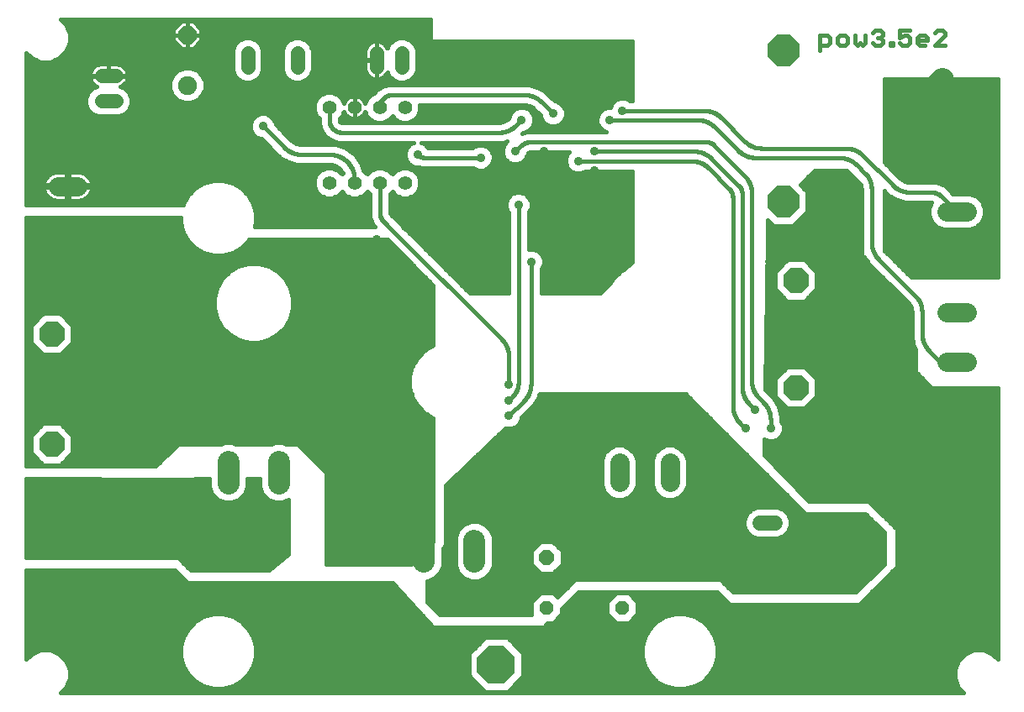
<source format=gtl>
G75*
%MOIN*%
%OFA0B0*%
%FSLAX25Y25*%
%IPPOS*%
%LPD*%
%AMOC8*
5,1,8,0,0,1.08239X$1,22.5*
%
%ADD10C,0.01700*%
%ADD11OC8,0.05600*%
%ADD12C,0.10000*%
%ADD13OC8,0.10000*%
%ADD14C,0.07500*%
%ADD15OC8,0.07500*%
%ADD16C,0.05543*%
%ADD17C,0.09450*%
%ADD18C,0.01200*%
%ADD19OC8,0.15000*%
%ADD20C,0.08858*%
%ADD21OC8,0.06000*%
%ADD22C,0.07800*%
%ADD23C,0.05937*%
%ADD24C,0.05512*%
%ADD25C,0.05700*%
%ADD26OC8,0.12598*%
%ADD27C,0.07600*%
%ADD28C,0.08600*%
%ADD29C,0.03600*%
%ADD30C,0.01600*%
%ADD31C,0.03569*%
D10*
X0321858Y0263582D02*
X0321858Y0269487D01*
X0324810Y0269487D01*
X0325794Y0268503D01*
X0325794Y0266534D01*
X0324810Y0265550D01*
X0321858Y0265550D01*
X0328856Y0266534D02*
X0329840Y0265550D01*
X0331808Y0265550D01*
X0332792Y0266534D01*
X0332792Y0268503D01*
X0331808Y0269487D01*
X0329840Y0269487D01*
X0328856Y0268503D01*
X0328856Y0266534D01*
X0335854Y0266534D02*
X0336838Y0265550D01*
X0337822Y0266534D01*
X0338806Y0265550D01*
X0339790Y0266534D01*
X0339790Y0269487D01*
X0342851Y0270471D02*
X0343836Y0271455D01*
X0345804Y0271455D01*
X0346788Y0270471D01*
X0346788Y0269487D01*
X0345804Y0268503D01*
X0346788Y0267518D01*
X0346788Y0266534D01*
X0345804Y0265550D01*
X0343836Y0265550D01*
X0342851Y0266534D01*
X0344820Y0268503D02*
X0345804Y0268503D01*
X0349849Y0266534D02*
X0350834Y0266534D01*
X0350834Y0265550D01*
X0349849Y0265550D01*
X0349849Y0266534D01*
X0353348Y0266534D02*
X0354333Y0265550D01*
X0356301Y0265550D01*
X0357285Y0266534D01*
X0357285Y0268503D01*
X0356301Y0269487D01*
X0355317Y0269487D01*
X0353348Y0268503D01*
X0353348Y0271455D01*
X0357285Y0271455D01*
X0360346Y0268503D02*
X0361331Y0269487D01*
X0363299Y0269487D01*
X0364283Y0268503D01*
X0364283Y0267518D01*
X0360346Y0267518D01*
X0360346Y0266534D02*
X0360346Y0268503D01*
X0360346Y0266534D02*
X0361331Y0265550D01*
X0363299Y0265550D01*
X0367344Y0265550D02*
X0371281Y0269487D01*
X0371281Y0270471D01*
X0370297Y0271455D01*
X0368329Y0271455D01*
X0367344Y0270471D01*
X0367344Y0265550D02*
X0371281Y0265550D01*
X0335854Y0266534D02*
X0335854Y0269487D01*
D11*
X0243500Y0042250D03*
X0213500Y0042250D03*
D12*
X0332250Y0129750D03*
X0332250Y0172250D03*
X0037250Y0151000D03*
X0037250Y0107250D03*
D13*
X0017250Y0107250D03*
X0017250Y0151000D03*
X0312250Y0129750D03*
X0312250Y0172250D03*
D14*
X0071000Y0249750D03*
D15*
X0071000Y0269750D03*
D16*
X0094907Y0262522D02*
X0094907Y0256978D01*
X0114593Y0256978D02*
X0114593Y0262522D01*
D17*
X0321446Y0202696D02*
X0328128Y0209378D01*
X0363872Y0245122D02*
X0370554Y0251804D01*
D18*
X0105181Y0064164D02*
X0105781Y0063564D01*
X0103793Y0063564D01*
X0102388Y0064969D01*
X0102388Y0066957D01*
X0103793Y0068362D01*
X0105781Y0068362D01*
X0107186Y0066957D01*
X0107186Y0064969D01*
X0105781Y0063564D01*
X0105408Y0064464D01*
X0104166Y0064464D01*
X0103288Y0065342D01*
X0103288Y0066584D01*
X0104166Y0067462D01*
X0105408Y0067462D01*
X0106286Y0066584D01*
X0106286Y0065342D01*
X0105408Y0064464D01*
X0105035Y0065364D01*
X0104539Y0065364D01*
X0104188Y0065715D01*
X0104188Y0066211D01*
X0104539Y0066562D01*
X0105035Y0066562D01*
X0105386Y0066211D01*
X0105386Y0065715D01*
X0105035Y0065364D01*
X0075181Y0064164D02*
X0075781Y0063564D01*
X0073793Y0063564D01*
X0072388Y0064969D01*
X0072388Y0066957D01*
X0073793Y0068362D01*
X0075781Y0068362D01*
X0077186Y0066957D01*
X0077186Y0064969D01*
X0075781Y0063564D01*
X0075408Y0064464D01*
X0074166Y0064464D01*
X0073288Y0065342D01*
X0073288Y0066584D01*
X0074166Y0067462D01*
X0075408Y0067462D01*
X0076286Y0066584D01*
X0076286Y0065342D01*
X0075408Y0064464D01*
X0075035Y0065364D01*
X0074539Y0065364D01*
X0074188Y0065715D01*
X0074188Y0066211D01*
X0074539Y0066562D01*
X0075035Y0066562D01*
X0075386Y0066211D01*
X0075386Y0065715D01*
X0075035Y0065364D01*
X0117607Y0021738D02*
X0118207Y0021138D01*
X0116219Y0021138D01*
X0114814Y0022543D01*
X0114814Y0024531D01*
X0116219Y0025936D01*
X0118207Y0025936D01*
X0119612Y0024531D01*
X0119612Y0022543D01*
X0118207Y0021138D01*
X0117834Y0022038D01*
X0116592Y0022038D01*
X0115714Y0022916D01*
X0115714Y0024158D01*
X0116592Y0025036D01*
X0117834Y0025036D01*
X0118712Y0024158D01*
X0118712Y0022916D01*
X0117834Y0022038D01*
X0117461Y0022938D01*
X0116965Y0022938D01*
X0116614Y0023289D01*
X0116614Y0023785D01*
X0116965Y0024136D01*
X0117461Y0024136D01*
X0117812Y0023785D01*
X0117812Y0023289D01*
X0117461Y0022938D01*
X0147607Y0021738D02*
X0148207Y0021138D01*
X0146219Y0021138D01*
X0144814Y0022543D01*
X0144814Y0024531D01*
X0146219Y0025936D01*
X0148207Y0025936D01*
X0149612Y0024531D01*
X0149612Y0022543D01*
X0148207Y0021138D01*
X0147834Y0022038D01*
X0146592Y0022038D01*
X0145714Y0022916D01*
X0145714Y0024158D01*
X0146592Y0025036D01*
X0147834Y0025036D01*
X0148712Y0024158D01*
X0148712Y0022916D01*
X0147834Y0022038D01*
X0147461Y0022938D01*
X0146965Y0022938D01*
X0146614Y0023289D01*
X0146614Y0023785D01*
X0146965Y0024136D01*
X0147461Y0024136D01*
X0147812Y0023785D01*
X0147812Y0023289D01*
X0147461Y0022938D01*
D19*
X0163500Y0019750D03*
X0193500Y0019750D03*
D20*
X0343500Y0061000D03*
X0343500Y0071000D03*
X0383500Y0071000D03*
X0383500Y0061000D03*
D21*
X0273500Y0062250D03*
X0213500Y0062250D03*
D22*
X0372100Y0139850D02*
X0379900Y0139850D01*
X0379900Y0159650D02*
X0372100Y0159650D01*
X0372100Y0179850D02*
X0379900Y0179850D01*
X0379900Y0199650D02*
X0372100Y0199650D01*
X0027400Y0189850D02*
X0019600Y0189850D01*
X0019600Y0209650D02*
X0027400Y0209650D01*
X0027400Y0069650D02*
X0019600Y0069650D01*
X0019600Y0049850D02*
X0027400Y0049850D01*
D23*
X0298031Y0076000D02*
X0303969Y0076000D01*
X0303969Y0016000D02*
X0298031Y0016000D01*
D24*
X0157250Y0211000D03*
X0147250Y0211000D03*
X0137250Y0211000D03*
X0127250Y0211000D03*
X0127250Y0241000D03*
X0137250Y0241000D03*
X0147250Y0241000D03*
X0157250Y0241000D03*
D25*
X0156000Y0256900D02*
X0156000Y0262600D01*
X0146000Y0262600D02*
X0146000Y0256900D01*
X0042600Y0253500D02*
X0036900Y0253500D01*
X0036900Y0243500D02*
X0042600Y0243500D01*
D26*
X0307250Y0263500D03*
X0307250Y0203500D03*
D27*
X0262250Y0099800D02*
X0262250Y0092200D01*
X0252250Y0084800D02*
X0252250Y0077200D01*
X0242250Y0092200D02*
X0242250Y0099800D01*
D28*
X0184750Y0069050D02*
X0184750Y0060450D01*
X0174750Y0054050D02*
X0174750Y0045450D01*
X0164750Y0060450D02*
X0164750Y0069050D01*
X0107250Y0091700D02*
X0107250Y0100300D01*
X0097250Y0085300D02*
X0097250Y0076700D01*
X0087250Y0091700D02*
X0087250Y0100300D01*
D29*
X0157250Y0193500D03*
X0172250Y0203500D03*
X0191000Y0196000D03*
X0193500Y0223500D03*
X0212250Y0223500D03*
X0232250Y0216000D03*
X0227250Y0238500D03*
X0193500Y0236000D03*
X0111000Y0201000D03*
D30*
X0022803Y0010619D02*
X0020634Y0008450D01*
X0378866Y0008450D01*
X0376697Y0010619D01*
X0375251Y0014110D01*
X0375251Y0017890D01*
X0376697Y0021381D01*
X0379369Y0024053D01*
X0382860Y0025499D01*
X0386640Y0025499D01*
X0390131Y0024053D01*
X0392300Y0021884D01*
X0392300Y0129750D01*
X0366000Y0129750D01*
X0359750Y0136000D01*
X0359750Y0145020D01*
X0359193Y0145984D01*
X0359193Y0145984D01*
X0358250Y0149504D01*
X0358250Y0159964D01*
X0358211Y0160556D01*
X0357905Y0161700D01*
X0357313Y0162726D01*
X0356922Y0163172D01*
X0341742Y0178351D01*
X0341742Y0178351D01*
X0341016Y0179077D01*
X0341016Y0179077D01*
X0340118Y0180631D01*
X0338500Y0182250D01*
X0338500Y0184822D01*
X0338250Y0185755D01*
X0338250Y0208714D01*
X0338211Y0209306D01*
X0337943Y0210307D01*
X0332250Y0216000D01*
X0319750Y0216000D01*
X0313967Y0210217D01*
X0316749Y0207435D01*
X0316749Y0199565D01*
X0311185Y0194001D01*
X0303315Y0194001D01*
X0301000Y0196316D01*
X0301000Y0188500D01*
X0300127Y0128827D01*
X0300461Y0128446D01*
X0300656Y0128251D01*
X0302758Y0126149D01*
X0302758Y0126149D01*
X0303484Y0125423D01*
X0303484Y0125423D01*
X0305307Y0122266D01*
X0305307Y0122266D01*
X0306250Y0118745D01*
X0306250Y0116549D01*
X0306475Y0116323D01*
X0307234Y0114491D01*
X0307234Y0112509D01*
X0306475Y0110677D01*
X0305073Y0109275D01*
X0303241Y0108516D01*
X0301259Y0108516D01*
X0299838Y0109104D01*
X0299750Y0103071D01*
X0317250Y0084750D01*
X0341000Y0084750D01*
X0352250Y0073500D01*
X0352250Y0058500D01*
X0337250Y0043500D01*
X0286000Y0043500D01*
X0281000Y0048500D01*
X0226000Y0048500D01*
X0219500Y0042000D01*
X0219500Y0039765D01*
X0215985Y0036250D01*
X0213750Y0036250D01*
X0212250Y0034750D01*
X0168500Y0034750D01*
X0152250Y0052250D01*
X0071000Y0052250D01*
X0066000Y0057250D01*
X0007200Y0057250D01*
X0007200Y0021884D01*
X0009369Y0024053D01*
X0012860Y0025499D01*
X0016640Y0025499D01*
X0020131Y0024053D01*
X0022803Y0021381D01*
X0024249Y0017890D01*
X0024249Y0014110D01*
X0022803Y0010619D01*
X0022599Y0010415D02*
X0080279Y0010415D01*
X0081269Y0010149D02*
X0085173Y0010149D01*
X0088943Y0011160D01*
X0092324Y0013111D01*
X0095084Y0015872D01*
X0097036Y0019252D01*
X0098046Y0023023D01*
X0098046Y0026926D01*
X0097036Y0030697D01*
X0095084Y0034077D01*
X0092324Y0036838D01*
X0088943Y0038789D01*
X0085173Y0039800D01*
X0081269Y0039800D01*
X0077499Y0038789D01*
X0074118Y0036838D01*
X0071358Y0034077D01*
X0069406Y0030697D01*
X0068396Y0026926D01*
X0068396Y0023023D01*
X0069406Y0019252D01*
X0071358Y0015872D01*
X0074118Y0013111D01*
X0077499Y0011160D01*
X0081269Y0010149D01*
X0076021Y0012013D02*
X0023380Y0012013D01*
X0024043Y0013612D02*
X0073618Y0013612D01*
X0072019Y0015210D02*
X0024249Y0015210D01*
X0024249Y0016809D02*
X0070817Y0016809D01*
X0069894Y0018407D02*
X0024035Y0018407D01*
X0023373Y0020006D02*
X0069204Y0020006D01*
X0068776Y0021604D02*
X0022580Y0021604D01*
X0020981Y0023203D02*
X0068396Y0023203D01*
X0068396Y0024801D02*
X0018325Y0024801D01*
X0011175Y0024801D02*
X0007200Y0024801D01*
X0007200Y0023203D02*
X0008519Y0023203D01*
X0007200Y0026400D02*
X0068396Y0026400D01*
X0068683Y0027998D02*
X0007200Y0027998D01*
X0007200Y0029597D02*
X0069111Y0029597D01*
X0069694Y0031195D02*
X0007200Y0031195D01*
X0007200Y0032794D02*
X0070617Y0032794D01*
X0071673Y0034392D02*
X0007200Y0034392D01*
X0007200Y0035991D02*
X0073271Y0035991D01*
X0075420Y0037589D02*
X0007200Y0037589D01*
X0007200Y0039188D02*
X0078986Y0039188D01*
X0087456Y0039188D02*
X0164379Y0039188D01*
X0162895Y0040786D02*
X0007200Y0040786D01*
X0007200Y0042385D02*
X0161410Y0042385D01*
X0159926Y0043983D02*
X0007200Y0043983D01*
X0007200Y0045582D02*
X0158442Y0045582D01*
X0156957Y0047180D02*
X0007200Y0047180D01*
X0007200Y0048779D02*
X0155473Y0048779D01*
X0153989Y0050377D02*
X0007200Y0050377D01*
X0007200Y0051976D02*
X0152504Y0051976D01*
X0159750Y0059750D02*
X0126000Y0059750D01*
X0126000Y0096000D01*
X0114750Y0107250D01*
X0110070Y0107250D01*
X0108742Y0107800D01*
X0105758Y0107800D01*
X0104430Y0107250D01*
X0090070Y0107250D01*
X0088742Y0107800D01*
X0085758Y0107800D01*
X0084430Y0107250D01*
X0067250Y0107250D01*
X0058500Y0098500D01*
X0007200Y0098500D01*
X0007200Y0197250D01*
X0068396Y0197250D01*
X0068396Y0195073D01*
X0069406Y0191302D01*
X0071358Y0187922D01*
X0074118Y0185162D01*
X0077499Y0183210D01*
X0081269Y0182199D01*
X0085173Y0182199D01*
X0088943Y0183210D01*
X0092324Y0185162D01*
X0095084Y0187922D01*
X0095418Y0188500D01*
X0150343Y0188500D01*
X0168500Y0170343D01*
X0168500Y0146480D01*
X0165170Y0144557D01*
X0162266Y0141652D01*
X0160212Y0138095D01*
X0159148Y0134127D01*
X0159148Y0130019D01*
X0160212Y0126051D01*
X0162266Y0122493D01*
X0165170Y0119588D01*
X0168500Y0117666D01*
X0168500Y0068500D01*
X0159750Y0059750D01*
X0159968Y0059968D02*
X0126000Y0059968D01*
X0126000Y0061567D02*
X0161567Y0061567D01*
X0163166Y0063166D02*
X0126000Y0063166D01*
X0126000Y0064764D02*
X0164764Y0064764D01*
X0166363Y0066363D02*
X0126000Y0066363D01*
X0126000Y0067961D02*
X0167961Y0067961D01*
X0168500Y0069560D02*
X0126000Y0069560D01*
X0126000Y0071158D02*
X0168500Y0071158D01*
X0168500Y0072757D02*
X0126000Y0072757D01*
X0126000Y0074355D02*
X0168500Y0074355D01*
X0168500Y0075954D02*
X0126000Y0075954D01*
X0126000Y0077552D02*
X0168500Y0077552D01*
X0168500Y0079151D02*
X0126000Y0079151D01*
X0126000Y0080749D02*
X0168500Y0080749D01*
X0168500Y0082348D02*
X0126000Y0082348D01*
X0126000Y0083946D02*
X0168500Y0083946D01*
X0168500Y0085545D02*
X0126000Y0085545D01*
X0126000Y0087143D02*
X0168500Y0087143D01*
X0168500Y0088742D02*
X0126000Y0088742D01*
X0126000Y0090340D02*
X0168500Y0090340D01*
X0168500Y0091939D02*
X0126000Y0091939D01*
X0126000Y0093537D02*
X0168500Y0093537D01*
X0168500Y0095136D02*
X0126000Y0095136D01*
X0125266Y0096734D02*
X0168500Y0096734D01*
X0168500Y0098333D02*
X0123667Y0098333D01*
X0122069Y0099931D02*
X0168500Y0099931D01*
X0168500Y0101530D02*
X0120470Y0101530D01*
X0118872Y0103128D02*
X0168500Y0103128D01*
X0168500Y0104727D02*
X0117273Y0104727D01*
X0115675Y0106325D02*
X0168500Y0106325D01*
X0168500Y0107924D02*
X0025450Y0107924D01*
X0025450Y0109522D02*
X0168500Y0109522D01*
X0168500Y0111121D02*
X0024976Y0111121D01*
X0025450Y0110647D02*
X0020647Y0115450D01*
X0013853Y0115450D01*
X0009050Y0110647D01*
X0009050Y0103853D01*
X0013853Y0099050D01*
X0020647Y0099050D01*
X0025450Y0103853D01*
X0025450Y0110647D01*
X0023377Y0112719D02*
X0168500Y0112719D01*
X0168500Y0114318D02*
X0021779Y0114318D01*
X0025450Y0106325D02*
X0066325Y0106325D01*
X0064727Y0104727D02*
X0025450Y0104727D01*
X0024725Y0103128D02*
X0063128Y0103128D01*
X0061530Y0101530D02*
X0023126Y0101530D01*
X0021528Y0099931D02*
X0059931Y0099931D01*
X0067464Y0093286D02*
X0079750Y0093438D01*
X0079750Y0090208D01*
X0080892Y0087452D01*
X0083002Y0085342D01*
X0085758Y0084200D01*
X0088742Y0084200D01*
X0091498Y0085342D01*
X0093608Y0087452D01*
X0094750Y0090208D01*
X0094750Y0093500D01*
X0099750Y0093500D01*
X0099750Y0090208D01*
X0100892Y0087452D01*
X0103002Y0085342D01*
X0105758Y0084200D01*
X0108742Y0084200D01*
X0111000Y0085135D01*
X0111000Y0063500D01*
X0103500Y0057250D01*
X0072250Y0057250D01*
X0067250Y0062250D01*
X0007200Y0062250D01*
X0007200Y0093496D01*
X0067464Y0093286D01*
X0079750Y0091939D02*
X0007200Y0091939D01*
X0007200Y0090340D02*
X0079750Y0090340D01*
X0080357Y0088742D02*
X0007200Y0088742D01*
X0007200Y0087143D02*
X0081200Y0087143D01*
X0082799Y0085545D02*
X0007200Y0085545D01*
X0007200Y0083946D02*
X0111000Y0083946D01*
X0111000Y0082348D02*
X0007200Y0082348D01*
X0007200Y0080749D02*
X0111000Y0080749D01*
X0111000Y0079151D02*
X0007200Y0079151D01*
X0007200Y0077552D02*
X0111000Y0077552D01*
X0111000Y0075954D02*
X0007200Y0075954D01*
X0007200Y0074355D02*
X0111000Y0074355D01*
X0111000Y0072757D02*
X0007200Y0072757D01*
X0007200Y0071158D02*
X0111000Y0071158D01*
X0111000Y0069560D02*
X0007200Y0069560D01*
X0007200Y0067961D02*
X0111000Y0067961D01*
X0111000Y0066363D02*
X0007200Y0066363D01*
X0007200Y0064764D02*
X0111000Y0064764D01*
X0110599Y0063166D02*
X0007200Y0063166D01*
X0007200Y0056771D02*
X0066479Y0056771D01*
X0068077Y0055173D02*
X0007200Y0055173D01*
X0007200Y0053574D02*
X0069676Y0053574D01*
X0071130Y0058370D02*
X0104844Y0058370D01*
X0106762Y0059968D02*
X0069532Y0059968D01*
X0067933Y0061567D02*
X0108680Y0061567D01*
X0102799Y0085545D02*
X0091701Y0085545D01*
X0093300Y0087143D02*
X0101200Y0087143D01*
X0100357Y0088742D02*
X0094143Y0088742D01*
X0094750Y0090340D02*
X0099750Y0090340D01*
X0099750Y0091939D02*
X0094750Y0091939D01*
X0159501Y0128704D02*
X0007200Y0128704D01*
X0007200Y0127106D02*
X0159929Y0127106D01*
X0160525Y0125507D02*
X0007200Y0125507D01*
X0007200Y0123909D02*
X0161448Y0123909D01*
X0162448Y0122310D02*
X0007200Y0122310D01*
X0007200Y0120712D02*
X0164047Y0120712D01*
X0165993Y0119113D02*
X0007200Y0119113D01*
X0007200Y0117515D02*
X0168500Y0117515D01*
X0168500Y0115916D02*
X0007200Y0115916D01*
X0007200Y0114318D02*
X0012721Y0114318D01*
X0011123Y0112719D02*
X0007200Y0112719D01*
X0007200Y0111121D02*
X0009524Y0111121D01*
X0009050Y0109522D02*
X0007200Y0109522D01*
X0007200Y0107924D02*
X0009050Y0107924D01*
X0009050Y0106325D02*
X0007200Y0106325D01*
X0007200Y0104727D02*
X0009050Y0104727D01*
X0009775Y0103128D02*
X0007200Y0103128D01*
X0007200Y0101530D02*
X0011374Y0101530D01*
X0012972Y0099931D02*
X0007200Y0099931D01*
X0007200Y0130303D02*
X0159148Y0130303D01*
X0159148Y0131901D02*
X0007200Y0131901D01*
X0007200Y0133500D02*
X0159148Y0133500D01*
X0159409Y0135099D02*
X0007200Y0135099D01*
X0007200Y0136697D02*
X0159837Y0136697D01*
X0160328Y0138296D02*
X0007200Y0138296D01*
X0007200Y0139894D02*
X0161250Y0139894D01*
X0162173Y0141493D02*
X0007200Y0141493D01*
X0007200Y0143091D02*
X0013562Y0143091D01*
X0013853Y0142800D02*
X0020647Y0142800D01*
X0025450Y0147603D01*
X0025450Y0154397D01*
X0020647Y0159200D01*
X0013853Y0159200D01*
X0009050Y0154397D01*
X0009050Y0147603D01*
X0013853Y0142800D01*
X0011964Y0144690D02*
X0007200Y0144690D01*
X0007200Y0146288D02*
X0010365Y0146288D01*
X0009050Y0147887D02*
X0007200Y0147887D01*
X0007200Y0149485D02*
X0009050Y0149485D01*
X0009050Y0151084D02*
X0007200Y0151084D01*
X0007200Y0152682D02*
X0009050Y0152682D01*
X0009050Y0154281D02*
X0007200Y0154281D01*
X0007200Y0155879D02*
X0010533Y0155879D01*
X0012131Y0157478D02*
X0007200Y0157478D01*
X0007200Y0159076D02*
X0013730Y0159076D01*
X0007200Y0160675D02*
X0081808Y0160675D01*
X0081648Y0161269D02*
X0082712Y0157301D01*
X0084766Y0153743D01*
X0087670Y0150838D01*
X0091228Y0148784D01*
X0095196Y0147721D01*
X0099304Y0147721D01*
X0103272Y0148784D01*
X0106830Y0150838D01*
X0109734Y0153743D01*
X0111788Y0157301D01*
X0112852Y0161269D01*
X0112852Y0165377D01*
X0111788Y0169345D01*
X0109734Y0172902D01*
X0106830Y0175807D01*
X0103272Y0177861D01*
X0099304Y0178924D01*
X0095196Y0178924D01*
X0091228Y0177861D01*
X0087670Y0175807D01*
X0084766Y0172902D01*
X0082712Y0169345D01*
X0081648Y0165377D01*
X0081648Y0161269D01*
X0081648Y0162273D02*
X0007200Y0162273D01*
X0007200Y0163872D02*
X0081648Y0163872D01*
X0081673Y0165470D02*
X0007200Y0165470D01*
X0007200Y0167069D02*
X0082102Y0167069D01*
X0082530Y0168667D02*
X0007200Y0168667D01*
X0007200Y0170266D02*
X0083243Y0170266D01*
X0084166Y0171864D02*
X0007200Y0171864D01*
X0007200Y0173463D02*
X0085326Y0173463D01*
X0086924Y0175061D02*
X0007200Y0175061D01*
X0007200Y0176660D02*
X0089147Y0176660D01*
X0092710Y0178258D02*
X0007200Y0178258D01*
X0007200Y0179857D02*
X0158986Y0179857D01*
X0157388Y0181455D02*
X0007200Y0181455D01*
X0007200Y0183054D02*
X0078081Y0183054D01*
X0075000Y0184652D02*
X0007200Y0184652D01*
X0007200Y0186251D02*
X0073029Y0186251D01*
X0071430Y0187849D02*
X0007200Y0187849D01*
X0007200Y0189448D02*
X0070477Y0189448D01*
X0069554Y0191046D02*
X0007200Y0191046D01*
X0007200Y0192645D02*
X0069047Y0192645D01*
X0068618Y0194243D02*
X0007200Y0194243D01*
X0007200Y0195842D02*
X0068396Y0195842D01*
X0069273Y0202250D02*
X0007200Y0202250D01*
X0007200Y0262616D01*
X0009369Y0260447D01*
X0012860Y0259001D01*
X0016640Y0259001D01*
X0020131Y0260447D01*
X0022803Y0263119D01*
X0024249Y0266610D01*
X0024249Y0270390D01*
X0022803Y0273881D01*
X0020634Y0276050D01*
X0160799Y0276050D01*
X0167250Y0276000D01*
X0167250Y0267250D01*
X0247250Y0267250D01*
X0247250Y0243750D01*
X0246549Y0243750D01*
X0246323Y0243975D01*
X0244491Y0244734D01*
X0242509Y0244734D01*
X0240677Y0243975D01*
X0239275Y0242573D01*
X0238616Y0240984D01*
X0237509Y0240984D01*
X0235677Y0240225D01*
X0234275Y0238823D01*
X0233516Y0236991D01*
X0233516Y0235009D01*
X0234275Y0233177D01*
X0235677Y0231775D01*
X0236943Y0231250D01*
X0205254Y0231250D01*
X0203808Y0230651D01*
X0204173Y0231016D01*
X0204491Y0231016D01*
X0206323Y0231775D01*
X0207725Y0233177D01*
X0208484Y0235009D01*
X0208484Y0236991D01*
X0207725Y0238823D01*
X0206323Y0240225D01*
X0204491Y0240984D01*
X0202509Y0240984D01*
X0200677Y0240225D01*
X0199275Y0238823D01*
X0198516Y0236991D01*
X0198516Y0236677D01*
X0197980Y0236207D01*
X0196659Y0235445D01*
X0195186Y0235050D01*
X0194423Y0235000D01*
X0132250Y0235000D01*
X0132094Y0235012D01*
X0131796Y0235109D01*
X0131543Y0235293D01*
X0131359Y0235546D01*
X0131262Y0235844D01*
X0131250Y0236000D01*
X0131250Y0236577D01*
X0132299Y0237626D01*
X0133003Y0239326D01*
X0133028Y0239251D01*
X0133353Y0238612D01*
X0133775Y0238032D01*
X0134282Y0237525D01*
X0134862Y0237103D01*
X0135501Y0236778D01*
X0136183Y0236556D01*
X0136891Y0236444D01*
X0137250Y0236444D01*
X0137609Y0236444D01*
X0138317Y0236556D01*
X0138999Y0236778D01*
X0139638Y0237103D01*
X0140218Y0237525D01*
X0140725Y0238032D01*
X0141147Y0238612D01*
X0141472Y0239251D01*
X0141497Y0239326D01*
X0142201Y0237626D01*
X0143876Y0235951D01*
X0146065Y0235044D01*
X0148435Y0235044D01*
X0150624Y0235951D01*
X0152250Y0237577D01*
X0153876Y0235951D01*
X0156065Y0235044D01*
X0158435Y0235044D01*
X0160624Y0235951D01*
X0162299Y0237626D01*
X0163206Y0239815D01*
X0163206Y0242000D01*
X0204423Y0242000D01*
X0205186Y0241950D01*
X0206659Y0241555D01*
X0207980Y0240793D01*
X0208554Y0240289D01*
X0208773Y0240070D01*
X0211016Y0237827D01*
X0211016Y0237509D01*
X0211775Y0235677D01*
X0213177Y0234275D01*
X0215009Y0233516D01*
X0216991Y0233516D01*
X0218823Y0234275D01*
X0220225Y0235677D01*
X0220984Y0237509D01*
X0220984Y0239491D01*
X0220225Y0241323D01*
X0218823Y0242725D01*
X0216991Y0243484D01*
X0216673Y0243484D01*
X0214774Y0245383D01*
X0214211Y0245946D01*
X0212923Y0247234D01*
X0212923Y0247234D01*
X0209766Y0249057D01*
X0206245Y0250000D01*
X0150825Y0250000D01*
X0148113Y0249119D01*
X0145807Y0247443D01*
X0145189Y0246593D01*
X0143876Y0246049D01*
X0142201Y0244374D01*
X0141497Y0242674D01*
X0141472Y0242749D01*
X0141147Y0243388D01*
X0140725Y0243968D01*
X0140218Y0244475D01*
X0139638Y0244897D01*
X0138999Y0245222D01*
X0138317Y0245444D01*
X0137609Y0245556D01*
X0137250Y0245556D01*
X0137250Y0241000D01*
X0137250Y0241000D01*
X0137250Y0245556D01*
X0136891Y0245556D01*
X0136183Y0245444D01*
X0135501Y0245222D01*
X0134862Y0244897D01*
X0134282Y0244475D01*
X0133775Y0243968D01*
X0133353Y0243388D01*
X0133028Y0242749D01*
X0133003Y0242674D01*
X0132299Y0244374D01*
X0130624Y0246049D01*
X0128435Y0246956D01*
X0126065Y0246956D01*
X0123876Y0246049D01*
X0122201Y0244374D01*
X0121294Y0242185D01*
X0121294Y0239815D01*
X0122201Y0237626D01*
X0123250Y0236577D01*
X0123250Y0234575D01*
X0124131Y0231863D01*
X0125807Y0229557D01*
X0128113Y0227881D01*
X0128113Y0227881D01*
X0130825Y0227000D01*
X0160693Y0227000D01*
X0159427Y0226475D01*
X0158025Y0225073D01*
X0157266Y0223241D01*
X0157266Y0221259D01*
X0158025Y0219427D01*
X0159427Y0218025D01*
X0161259Y0217266D01*
X0162982Y0217266D01*
X0163623Y0217000D01*
X0184201Y0217000D01*
X0184427Y0216775D01*
X0186259Y0216016D01*
X0188241Y0216016D01*
X0190073Y0216775D01*
X0191475Y0218177D01*
X0192234Y0220009D01*
X0192234Y0221991D01*
X0191475Y0223823D01*
X0190073Y0225225D01*
X0188241Y0225984D01*
X0186259Y0225984D01*
X0184427Y0225225D01*
X0184201Y0225000D01*
X0166506Y0225000D01*
X0166475Y0225073D01*
X0165073Y0226475D01*
X0163807Y0227000D01*
X0196245Y0227000D01*
X0197893Y0227441D01*
X0196775Y0226323D01*
X0196016Y0224491D01*
X0196016Y0222509D01*
X0196775Y0220677D01*
X0198177Y0219275D01*
X0200009Y0218516D01*
X0201991Y0218516D01*
X0203823Y0219275D01*
X0205225Y0220677D01*
X0205984Y0222509D01*
X0205984Y0222796D01*
X0206119Y0222907D01*
X0206853Y0223211D01*
X0207250Y0223250D01*
X0222451Y0223250D01*
X0221775Y0222573D01*
X0221016Y0220741D01*
X0221016Y0218759D01*
X0221775Y0216927D01*
X0223177Y0215525D01*
X0225009Y0214766D01*
X0226991Y0214766D01*
X0228823Y0215525D01*
X0229049Y0215750D01*
X0247250Y0215750D01*
X0247250Y0179750D01*
X0244177Y0176677D01*
X0242670Y0175807D01*
X0239766Y0172902D01*
X0238896Y0171396D01*
X0234750Y0167250D01*
X0211250Y0167250D01*
X0211250Y0176701D01*
X0211475Y0176927D01*
X0212234Y0178759D01*
X0212234Y0180741D01*
X0211475Y0182573D01*
X0210073Y0183975D01*
X0208241Y0184734D01*
X0206259Y0184734D01*
X0206250Y0184731D01*
X0206250Y0199201D01*
X0206475Y0199427D01*
X0207234Y0201259D01*
X0207234Y0203241D01*
X0206475Y0205073D01*
X0205073Y0206475D01*
X0203241Y0207234D01*
X0201259Y0207234D01*
X0199427Y0206475D01*
X0198025Y0205073D01*
X0197266Y0203241D01*
X0197266Y0201259D01*
X0198025Y0199427D01*
X0198250Y0199201D01*
X0198250Y0167250D01*
X0182907Y0167250D01*
X0153261Y0196895D01*
X0153060Y0197207D01*
X0152704Y0197452D01*
X0152399Y0197758D01*
X0152150Y0197861D01*
X0152104Y0197897D01*
X0151607Y0198482D01*
X0151278Y0199175D01*
X0151250Y0199288D01*
X0151250Y0206577D01*
X0152250Y0207577D01*
X0153876Y0205951D01*
X0156065Y0205044D01*
X0158435Y0205044D01*
X0160624Y0205951D01*
X0162299Y0207626D01*
X0163206Y0209815D01*
X0163206Y0212185D01*
X0162299Y0214374D01*
X0160624Y0216049D01*
X0158435Y0216956D01*
X0156065Y0216956D01*
X0153876Y0216049D01*
X0152250Y0214423D01*
X0150624Y0216049D01*
X0148435Y0216956D01*
X0146065Y0216956D01*
X0143876Y0216049D01*
X0142250Y0214423D01*
X0140854Y0215819D01*
X0139895Y0218770D01*
X0139895Y0218770D01*
X0137318Y0222318D01*
X0137318Y0222318D01*
X0137318Y0222318D01*
X0133770Y0224895D01*
X0129600Y0226250D01*
X0116327Y0226250D01*
X0115564Y0226300D01*
X0114091Y0226695D01*
X0112770Y0227457D01*
X0112196Y0227961D01*
X0105984Y0234173D01*
X0105984Y0234491D01*
X0105225Y0236323D01*
X0103823Y0237725D01*
X0101991Y0238484D01*
X0100009Y0238484D01*
X0098177Y0237725D01*
X0096775Y0236323D01*
X0096016Y0234491D01*
X0096016Y0232509D01*
X0096775Y0230677D01*
X0098177Y0229275D01*
X0100009Y0228516D01*
X0100327Y0228516D01*
X0107101Y0221742D01*
X0107101Y0221742D01*
X0107827Y0221016D01*
X0107827Y0221016D01*
X0110984Y0219193D01*
X0114504Y0218250D01*
X0127407Y0218250D01*
X0128321Y0218178D01*
X0130060Y0217613D01*
X0131539Y0216539D01*
X0132613Y0215060D01*
X0132680Y0214853D01*
X0132250Y0214423D01*
X0130624Y0216049D01*
X0128435Y0216956D01*
X0126065Y0216956D01*
X0123876Y0216049D01*
X0122201Y0214374D01*
X0121294Y0212185D01*
X0121294Y0209815D01*
X0122201Y0207626D01*
X0123876Y0205951D01*
X0126065Y0205044D01*
X0128435Y0205044D01*
X0130624Y0205951D01*
X0132250Y0207577D01*
X0133876Y0205951D01*
X0136065Y0205044D01*
X0138435Y0205044D01*
X0140624Y0205951D01*
X0142250Y0207577D01*
X0143250Y0206577D01*
X0143250Y0199252D01*
X0143172Y0198889D01*
X0143250Y0198464D01*
X0143250Y0198031D01*
X0143392Y0197689D01*
X0143575Y0196690D01*
X0144809Y0194088D01*
X0145309Y0193500D01*
X0097625Y0193500D01*
X0098046Y0195073D01*
X0098046Y0198976D01*
X0097036Y0202747D01*
X0095084Y0206127D01*
X0092324Y0208887D01*
X0088943Y0210839D01*
X0085173Y0211849D01*
X0081269Y0211849D01*
X0077499Y0210839D01*
X0074118Y0208887D01*
X0071358Y0206127D01*
X0069406Y0202747D01*
X0069273Y0202250D01*
X0070034Y0203834D02*
X0007200Y0203834D01*
X0007200Y0205433D02*
X0015756Y0205433D01*
X0015887Y0205302D02*
X0016613Y0204775D01*
X0017412Y0204368D01*
X0018265Y0204090D01*
X0019151Y0203950D01*
X0023000Y0203950D01*
X0023000Y0209150D01*
X0024000Y0209150D01*
X0024000Y0210150D01*
X0023000Y0210150D01*
X0023000Y0215350D01*
X0019151Y0215350D01*
X0018265Y0215210D01*
X0017412Y0214932D01*
X0016613Y0214525D01*
X0015887Y0213998D01*
X0015252Y0213363D01*
X0014725Y0212637D01*
X0014318Y0211838D01*
X0014040Y0210985D01*
X0013908Y0210150D01*
X0023000Y0210150D01*
X0023000Y0209150D01*
X0013908Y0209150D01*
X0014040Y0208315D01*
X0014318Y0207462D01*
X0014725Y0206663D01*
X0015252Y0205937D01*
X0015887Y0205302D01*
X0014537Y0207032D02*
X0007200Y0207032D01*
X0007200Y0208630D02*
X0013990Y0208630D01*
X0013921Y0210229D02*
X0007200Y0210229D01*
X0007200Y0211827D02*
X0014314Y0211827D01*
X0015315Y0213426D02*
X0007200Y0213426D01*
X0007200Y0215024D02*
X0017694Y0215024D01*
X0023000Y0215024D02*
X0024000Y0215024D01*
X0024000Y0215350D02*
X0024000Y0210150D01*
X0033092Y0210150D01*
X0032960Y0210985D01*
X0032682Y0211838D01*
X0032275Y0212637D01*
X0031748Y0213363D01*
X0031113Y0213998D01*
X0030387Y0214525D01*
X0029588Y0214932D01*
X0028735Y0215210D01*
X0027849Y0215350D01*
X0024000Y0215350D01*
X0024000Y0213426D02*
X0023000Y0213426D01*
X0023000Y0211827D02*
X0024000Y0211827D01*
X0024000Y0210229D02*
X0023000Y0210229D01*
X0024000Y0209150D02*
X0024000Y0203950D01*
X0027849Y0203950D01*
X0028735Y0204090D01*
X0029588Y0204368D01*
X0030387Y0204775D01*
X0031113Y0205302D01*
X0031748Y0205937D01*
X0032275Y0206663D01*
X0032682Y0207462D01*
X0032960Y0208315D01*
X0033092Y0209150D01*
X0024000Y0209150D01*
X0024000Y0208630D02*
X0023000Y0208630D01*
X0023000Y0207032D02*
X0024000Y0207032D01*
X0024000Y0205433D02*
X0023000Y0205433D01*
X0031244Y0205433D02*
X0070957Y0205433D01*
X0072262Y0207032D02*
X0032463Y0207032D01*
X0033009Y0208630D02*
X0073861Y0208630D01*
X0076441Y0210229D02*
X0033079Y0210229D01*
X0032686Y0211827D02*
X0081186Y0211827D01*
X0085256Y0211827D02*
X0121294Y0211827D01*
X0121294Y0210229D02*
X0090001Y0210229D01*
X0092581Y0208630D02*
X0121785Y0208630D01*
X0122796Y0207032D02*
X0094180Y0207032D01*
X0095485Y0205433D02*
X0125126Y0205433D01*
X0129374Y0205433D02*
X0135126Y0205433D01*
X0132796Y0207032D02*
X0131704Y0207032D01*
X0137250Y0211000D02*
X0137250Y0212407D01*
X0141649Y0215024D02*
X0142851Y0215024D01*
X0140593Y0216623D02*
X0145261Y0216623D01*
X0149239Y0216623D02*
X0155261Y0216623D01*
X0152851Y0215024D02*
X0151649Y0215024D01*
X0159239Y0216623D02*
X0184794Y0216623D01*
X0189706Y0216623D02*
X0222079Y0216623D01*
X0221238Y0218221D02*
X0191494Y0218221D01*
X0192156Y0219820D02*
X0197632Y0219820D01*
X0196467Y0221418D02*
X0192234Y0221418D01*
X0191810Y0223017D02*
X0196016Y0223017D01*
X0196067Y0224615D02*
X0190684Y0224615D01*
X0187250Y0221000D02*
X0165268Y0221000D01*
X0165139Y0221002D01*
X0165010Y0221008D01*
X0164882Y0221018D01*
X0164754Y0221031D01*
X0164626Y0221049D01*
X0164499Y0221070D01*
X0164372Y0221095D01*
X0164247Y0221124D01*
X0164122Y0221157D01*
X0163998Y0221193D01*
X0163876Y0221233D01*
X0163755Y0221277D01*
X0163635Y0221325D01*
X0163516Y0221376D01*
X0163400Y0221431D01*
X0163285Y0221489D01*
X0163171Y0221551D01*
X0163060Y0221616D01*
X0162951Y0221684D01*
X0162843Y0221756D01*
X0162739Y0221830D01*
X0162636Y0221908D01*
X0162536Y0221989D01*
X0162438Y0222073D01*
X0162343Y0222160D01*
X0162250Y0222250D01*
X0157835Y0224615D02*
X0134155Y0224615D01*
X0133770Y0224895D02*
X0133770Y0224895D01*
X0136355Y0223017D02*
X0157266Y0223017D01*
X0157266Y0221418D02*
X0137971Y0221418D01*
X0139133Y0219820D02*
X0157862Y0219820D01*
X0159230Y0218221D02*
X0140073Y0218221D01*
X0132625Y0215024D02*
X0131649Y0215024D01*
X0131423Y0216623D02*
X0129239Y0216623D01*
X0127775Y0218221D02*
X0007200Y0218221D01*
X0007200Y0216623D02*
X0125261Y0216623D01*
X0122851Y0215024D02*
X0029306Y0215024D01*
X0031685Y0213426D02*
X0121808Y0213426D01*
X0127407Y0222250D02*
X0127645Y0222247D01*
X0127883Y0222239D01*
X0128120Y0222224D01*
X0128357Y0222204D01*
X0128593Y0222178D01*
X0128829Y0222147D01*
X0129064Y0222110D01*
X0129298Y0222067D01*
X0129531Y0222018D01*
X0129763Y0221964D01*
X0129993Y0221904D01*
X0130222Y0221839D01*
X0130449Y0221768D01*
X0130674Y0221692D01*
X0130897Y0221610D01*
X0131119Y0221523D01*
X0131338Y0221431D01*
X0131555Y0221333D01*
X0131769Y0221231D01*
X0131981Y0221123D01*
X0132191Y0221009D01*
X0132397Y0220891D01*
X0132601Y0220768D01*
X0132801Y0220640D01*
X0132998Y0220508D01*
X0133193Y0220370D01*
X0133383Y0220228D01*
X0133571Y0220081D01*
X0133754Y0219930D01*
X0133934Y0219775D01*
X0134110Y0219615D01*
X0134282Y0219451D01*
X0134451Y0219282D01*
X0134615Y0219110D01*
X0134775Y0218934D01*
X0134930Y0218754D01*
X0135081Y0218571D01*
X0135228Y0218383D01*
X0135370Y0218193D01*
X0135508Y0217998D01*
X0135640Y0217801D01*
X0135768Y0217601D01*
X0135891Y0217397D01*
X0136009Y0217191D01*
X0136123Y0216981D01*
X0136231Y0216769D01*
X0136333Y0216555D01*
X0136431Y0216338D01*
X0136523Y0216119D01*
X0136610Y0215897D01*
X0136692Y0215674D01*
X0136768Y0215449D01*
X0136839Y0215222D01*
X0136904Y0214993D01*
X0136964Y0214763D01*
X0137018Y0214531D01*
X0137067Y0214298D01*
X0137110Y0214064D01*
X0137147Y0213829D01*
X0137178Y0213593D01*
X0137204Y0213357D01*
X0137224Y0213120D01*
X0137239Y0212883D01*
X0137247Y0212645D01*
X0137250Y0212407D01*
X0141704Y0207032D02*
X0142796Y0207032D01*
X0143250Y0205433D02*
X0139374Y0205433D01*
X0143250Y0203834D02*
X0096408Y0203834D01*
X0097173Y0202236D02*
X0143250Y0202236D01*
X0143250Y0200637D02*
X0097601Y0200637D01*
X0098029Y0199039D02*
X0143204Y0199039D01*
X0143437Y0197440D02*
X0098046Y0197440D01*
X0098046Y0195842D02*
X0143977Y0195842D01*
X0143575Y0196690D02*
X0143575Y0196690D01*
X0144735Y0194243D02*
X0097824Y0194243D01*
X0095012Y0187849D02*
X0150994Y0187849D01*
X0152592Y0186251D02*
X0093413Y0186251D01*
X0091442Y0184652D02*
X0154191Y0184652D01*
X0155789Y0183054D02*
X0088361Y0183054D01*
X0101790Y0178258D02*
X0160585Y0178258D01*
X0162183Y0176660D02*
X0105353Y0176660D01*
X0107575Y0175061D02*
X0163782Y0175061D01*
X0165380Y0173463D02*
X0109174Y0173463D01*
X0110334Y0171864D02*
X0166979Y0171864D01*
X0168500Y0170266D02*
X0111257Y0170266D01*
X0111970Y0168667D02*
X0168500Y0168667D01*
X0168500Y0167069D02*
X0112398Y0167069D01*
X0112827Y0165470D02*
X0168500Y0165470D01*
X0168500Y0163872D02*
X0112852Y0163872D01*
X0112852Y0162273D02*
X0168500Y0162273D01*
X0168500Y0160675D02*
X0112692Y0160675D01*
X0112264Y0159076D02*
X0168500Y0159076D01*
X0168500Y0157478D02*
X0111836Y0157478D01*
X0110968Y0155879D02*
X0168500Y0155879D01*
X0168500Y0154281D02*
X0110045Y0154281D01*
X0108673Y0152682D02*
X0168500Y0152682D01*
X0168500Y0151084D02*
X0107075Y0151084D01*
X0104485Y0149485D02*
X0168500Y0149485D01*
X0168500Y0147887D02*
X0099921Y0147887D01*
X0094579Y0147887D02*
X0025450Y0147887D01*
X0025450Y0149485D02*
X0090014Y0149485D01*
X0087425Y0151084D02*
X0025450Y0151084D01*
X0025450Y0152682D02*
X0085827Y0152682D01*
X0084455Y0154281D02*
X0025450Y0154281D01*
X0023967Y0155879D02*
X0083532Y0155879D01*
X0082664Y0157478D02*
X0022369Y0157478D01*
X0020770Y0159076D02*
X0082236Y0159076D01*
X0024135Y0146288D02*
X0168168Y0146288D01*
X0165400Y0144690D02*
X0022536Y0144690D01*
X0020938Y0143091D02*
X0163704Y0143091D01*
X0195617Y0148883D02*
X0195781Y0148715D01*
X0195940Y0148544D01*
X0196096Y0148369D01*
X0196247Y0148190D01*
X0196394Y0148008D01*
X0196537Y0147822D01*
X0196675Y0147633D01*
X0196808Y0147440D01*
X0196937Y0147245D01*
X0197062Y0147046D01*
X0197181Y0146845D01*
X0197296Y0146640D01*
X0197406Y0146433D01*
X0197511Y0146224D01*
X0197611Y0146012D01*
X0197705Y0145798D01*
X0197795Y0145581D01*
X0197879Y0145363D01*
X0197959Y0145142D01*
X0198033Y0144920D01*
X0198101Y0144696D01*
X0198165Y0144471D01*
X0198223Y0144244D01*
X0198275Y0144015D01*
X0198322Y0143786D01*
X0198364Y0143555D01*
X0198400Y0143324D01*
X0198430Y0143092D01*
X0198455Y0142859D01*
X0198475Y0142625D01*
X0198489Y0142391D01*
X0198497Y0142157D01*
X0198500Y0141923D01*
X0198500Y0131000D01*
X0207250Y0131327D02*
X0207247Y0131093D01*
X0207239Y0130859D01*
X0207225Y0130625D01*
X0207205Y0130391D01*
X0207180Y0130158D01*
X0207150Y0129926D01*
X0207114Y0129695D01*
X0207072Y0129464D01*
X0207025Y0129235D01*
X0206973Y0129006D01*
X0206915Y0128779D01*
X0206851Y0128554D01*
X0206783Y0128330D01*
X0206709Y0128108D01*
X0206629Y0127887D01*
X0206545Y0127669D01*
X0206455Y0127452D01*
X0206361Y0127238D01*
X0206261Y0127026D01*
X0206156Y0126817D01*
X0206046Y0126610D01*
X0205931Y0126405D01*
X0205812Y0126204D01*
X0205687Y0126005D01*
X0205558Y0125810D01*
X0205425Y0125617D01*
X0205287Y0125428D01*
X0205144Y0125242D01*
X0204997Y0125060D01*
X0204846Y0124881D01*
X0204690Y0124706D01*
X0204531Y0124535D01*
X0204367Y0124367D01*
X0198500Y0118500D01*
X0203484Y0117827D02*
X0203484Y0117509D01*
X0202725Y0115677D01*
X0201323Y0114275D01*
X0199491Y0113516D01*
X0197509Y0113516D01*
X0197007Y0113723D01*
X0173500Y0091000D01*
X0173500Y0067250D01*
X0172250Y0066000D01*
X0172250Y0058958D01*
X0171108Y0056202D01*
X0168998Y0054092D01*
X0166242Y0052950D01*
X0166000Y0052950D01*
X0166000Y0044750D01*
X0171000Y0039750D01*
X0207515Y0039750D01*
X0207500Y0039765D01*
X0207500Y0044735D01*
X0211015Y0048250D01*
X0215985Y0048250D01*
X0217743Y0046493D01*
X0224750Y0053500D01*
X0282250Y0053500D01*
X0287250Y0048500D01*
X0336000Y0048500D01*
X0347250Y0059750D01*
X0347250Y0072250D01*
X0339750Y0079750D01*
X0316000Y0079750D01*
X0268500Y0127250D01*
X0211000Y0127250D01*
X0210522Y0126788D01*
X0210307Y0125984D01*
X0210307Y0125984D01*
X0208484Y0122827D01*
X0208484Y0122827D01*
X0207758Y0122101D01*
X0207758Y0122101D01*
X0203484Y0117827D01*
X0203484Y0117515D02*
X0278235Y0117515D01*
X0276637Y0119113D02*
X0204770Y0119113D01*
X0206369Y0120712D02*
X0275038Y0120712D01*
X0273440Y0122310D02*
X0207967Y0122310D01*
X0208484Y0122827D02*
X0208484Y0122827D01*
X0209109Y0123909D02*
X0271841Y0123909D01*
X0270243Y0125507D02*
X0210032Y0125507D01*
X0210851Y0127106D02*
X0268644Y0127106D01*
X0279834Y0115916D02*
X0202825Y0115916D01*
X0201367Y0114318D02*
X0281432Y0114318D01*
X0283031Y0112719D02*
X0195968Y0112719D01*
X0194315Y0111121D02*
X0284629Y0111121D01*
X0286228Y0109522D02*
X0192661Y0109522D01*
X0191007Y0107924D02*
X0287826Y0107924D01*
X0289425Y0106325D02*
X0264788Y0106325D01*
X0263642Y0106800D02*
X0260858Y0106800D01*
X0258285Y0105734D01*
X0256316Y0103765D01*
X0255250Y0101192D01*
X0255250Y0090808D01*
X0256316Y0088235D01*
X0258285Y0086266D01*
X0260858Y0085200D01*
X0263642Y0085200D01*
X0266215Y0086266D01*
X0268184Y0088235D01*
X0269250Y0090808D01*
X0269250Y0101192D01*
X0268184Y0103765D01*
X0266215Y0105734D01*
X0263642Y0106800D01*
X0259712Y0106325D02*
X0244788Y0106325D01*
X0243642Y0106800D02*
X0240858Y0106800D01*
X0238285Y0105734D01*
X0236316Y0103765D01*
X0235250Y0101192D01*
X0235250Y0090808D01*
X0236316Y0088235D01*
X0238285Y0086266D01*
X0240858Y0085200D01*
X0243642Y0085200D01*
X0246215Y0086266D01*
X0248184Y0088235D01*
X0249250Y0090808D01*
X0249250Y0101192D01*
X0248184Y0103765D01*
X0246215Y0105734D01*
X0243642Y0106800D01*
X0239712Y0106325D02*
X0189354Y0106325D01*
X0187700Y0104727D02*
X0237277Y0104727D01*
X0236052Y0103128D02*
X0186046Y0103128D01*
X0184393Y0101530D02*
X0235390Y0101530D01*
X0235250Y0099931D02*
X0182739Y0099931D01*
X0181086Y0098333D02*
X0235250Y0098333D01*
X0235250Y0096734D02*
X0179432Y0096734D01*
X0177778Y0095136D02*
X0235250Y0095136D01*
X0235250Y0093537D02*
X0176125Y0093537D01*
X0174471Y0091939D02*
X0235250Y0091939D01*
X0235444Y0090340D02*
X0173500Y0090340D01*
X0173500Y0088742D02*
X0236106Y0088742D01*
X0237407Y0087143D02*
X0173500Y0087143D01*
X0173500Y0085545D02*
X0240026Y0085545D01*
X0244474Y0085545D02*
X0260026Y0085545D01*
X0257407Y0087143D02*
X0247093Y0087143D01*
X0248394Y0088742D02*
X0256106Y0088742D01*
X0255444Y0090340D02*
X0249056Y0090340D01*
X0249250Y0091939D02*
X0255250Y0091939D01*
X0255250Y0093537D02*
X0249250Y0093537D01*
X0249250Y0095136D02*
X0255250Y0095136D01*
X0255250Y0096734D02*
X0249250Y0096734D01*
X0249250Y0098333D02*
X0255250Y0098333D01*
X0255250Y0099931D02*
X0249250Y0099931D01*
X0249110Y0101530D02*
X0255390Y0101530D01*
X0256052Y0103128D02*
X0248448Y0103128D01*
X0247223Y0104727D02*
X0257277Y0104727D01*
X0267223Y0104727D02*
X0291023Y0104727D01*
X0292622Y0103128D02*
X0268448Y0103128D01*
X0269110Y0101530D02*
X0294220Y0101530D01*
X0295819Y0099931D02*
X0269250Y0099931D01*
X0269250Y0098333D02*
X0297417Y0098333D01*
X0299016Y0096734D02*
X0269250Y0096734D01*
X0269250Y0095136D02*
X0300614Y0095136D01*
X0302213Y0093537D02*
X0269250Y0093537D01*
X0269250Y0091939D02*
X0303811Y0091939D01*
X0305410Y0090340D02*
X0269056Y0090340D01*
X0268394Y0088742D02*
X0307008Y0088742D01*
X0308607Y0087143D02*
X0267093Y0087143D01*
X0264474Y0085545D02*
X0310205Y0085545D01*
X0311804Y0083946D02*
X0173500Y0083946D01*
X0173500Y0082348D02*
X0313402Y0082348D01*
X0315001Y0080749D02*
X0307943Y0080749D01*
X0307463Y0081229D02*
X0305195Y0082168D01*
X0296804Y0082168D01*
X0294537Y0081229D01*
X0292802Y0079494D01*
X0291863Y0077227D01*
X0291863Y0074773D01*
X0292802Y0072506D01*
X0294537Y0070771D01*
X0296804Y0069831D01*
X0305195Y0069831D01*
X0307463Y0070771D01*
X0309198Y0072506D01*
X0310137Y0074773D01*
X0310137Y0077227D01*
X0309198Y0079494D01*
X0307463Y0081229D01*
X0309340Y0079151D02*
X0340349Y0079151D01*
X0341948Y0077552D02*
X0310002Y0077552D01*
X0310137Y0075954D02*
X0343546Y0075954D01*
X0345145Y0074355D02*
X0309964Y0074355D01*
X0309302Y0072757D02*
X0346743Y0072757D01*
X0347250Y0071158D02*
X0307850Y0071158D01*
X0294150Y0071158D02*
X0191995Y0071158D01*
X0192250Y0070542D02*
X0191108Y0073298D01*
X0188998Y0075408D01*
X0186242Y0076550D01*
X0183258Y0076550D01*
X0180502Y0075408D01*
X0178392Y0073298D01*
X0177250Y0070542D01*
X0177250Y0058958D01*
X0178392Y0056202D01*
X0180502Y0054092D01*
X0183258Y0052950D01*
X0186242Y0052950D01*
X0188998Y0054092D01*
X0191108Y0056202D01*
X0192250Y0058958D01*
X0192250Y0070542D01*
X0192250Y0069560D02*
X0347250Y0069560D01*
X0347250Y0067961D02*
X0216557Y0067961D01*
X0216068Y0068450D02*
X0210932Y0068450D01*
X0207300Y0064818D01*
X0207300Y0059682D01*
X0210932Y0056050D01*
X0216068Y0056050D01*
X0219700Y0059682D01*
X0219700Y0064818D01*
X0216068Y0068450D01*
X0218156Y0066363D02*
X0347250Y0066363D01*
X0347250Y0064764D02*
X0219700Y0064764D01*
X0219700Y0063166D02*
X0347250Y0063166D01*
X0347250Y0061567D02*
X0219700Y0061567D01*
X0219700Y0059968D02*
X0347250Y0059968D01*
X0345870Y0058370D02*
X0218388Y0058370D01*
X0216790Y0056771D02*
X0344271Y0056771D01*
X0342673Y0055173D02*
X0190080Y0055173D01*
X0191344Y0056771D02*
X0210210Y0056771D01*
X0208612Y0058370D02*
X0192006Y0058370D01*
X0192250Y0059968D02*
X0207300Y0059968D01*
X0207300Y0061567D02*
X0192250Y0061567D01*
X0192250Y0063166D02*
X0207300Y0063166D01*
X0207300Y0064764D02*
X0192250Y0064764D01*
X0192250Y0066363D02*
X0208844Y0066363D01*
X0210443Y0067961D02*
X0192250Y0067961D01*
X0191333Y0072757D02*
X0292698Y0072757D01*
X0292036Y0074355D02*
X0190052Y0074355D01*
X0187682Y0075954D02*
X0291863Y0075954D01*
X0291998Y0077552D02*
X0173500Y0077552D01*
X0173500Y0075954D02*
X0181818Y0075954D01*
X0179448Y0074355D02*
X0173500Y0074355D01*
X0173500Y0072757D02*
X0178167Y0072757D01*
X0177505Y0071158D02*
X0173500Y0071158D01*
X0173500Y0069560D02*
X0177250Y0069560D01*
X0177250Y0067961D02*
X0173500Y0067961D01*
X0172613Y0066363D02*
X0177250Y0066363D01*
X0177250Y0064764D02*
X0172250Y0064764D01*
X0172250Y0063166D02*
X0177250Y0063166D01*
X0177250Y0061567D02*
X0172250Y0061567D01*
X0172250Y0059968D02*
X0177250Y0059968D01*
X0177494Y0058370D02*
X0172006Y0058370D01*
X0171344Y0056771D02*
X0178156Y0056771D01*
X0179420Y0055173D02*
X0170080Y0055173D01*
X0167749Y0053574D02*
X0181751Y0053574D01*
X0187749Y0053574D02*
X0341074Y0053574D01*
X0339476Y0051976D02*
X0283774Y0051976D01*
X0285373Y0050377D02*
X0337877Y0050377D01*
X0336279Y0048779D02*
X0286971Y0048779D01*
X0283918Y0045582D02*
X0248653Y0045582D01*
X0249500Y0044735D02*
X0245985Y0048250D01*
X0241015Y0048250D01*
X0237500Y0044735D01*
X0237500Y0039765D01*
X0241015Y0036250D01*
X0245985Y0036250D01*
X0249500Y0039765D01*
X0249500Y0044735D01*
X0249500Y0043983D02*
X0285517Y0043983D01*
X0282320Y0047180D02*
X0247055Y0047180D01*
X0249500Y0042385D02*
X0392300Y0042385D01*
X0392300Y0043983D02*
X0337733Y0043983D01*
X0339332Y0045582D02*
X0392300Y0045582D01*
X0392300Y0047180D02*
X0340930Y0047180D01*
X0342529Y0048779D02*
X0392300Y0048779D01*
X0392300Y0050377D02*
X0344127Y0050377D01*
X0345726Y0051976D02*
X0392300Y0051976D01*
X0392300Y0053574D02*
X0347324Y0053574D01*
X0348923Y0055173D02*
X0392300Y0055173D01*
X0392300Y0056771D02*
X0350521Y0056771D01*
X0352120Y0058370D02*
X0392300Y0058370D01*
X0392300Y0059968D02*
X0352250Y0059968D01*
X0352250Y0061567D02*
X0392300Y0061567D01*
X0392300Y0063166D02*
X0352250Y0063166D01*
X0352250Y0064764D02*
X0392300Y0064764D01*
X0392300Y0066363D02*
X0352250Y0066363D01*
X0352250Y0067961D02*
X0392300Y0067961D01*
X0392300Y0069560D02*
X0352250Y0069560D01*
X0352250Y0071158D02*
X0392300Y0071158D01*
X0392300Y0072757D02*
X0352250Y0072757D01*
X0351395Y0074355D02*
X0392300Y0074355D01*
X0392300Y0075954D02*
X0349796Y0075954D01*
X0348198Y0077552D02*
X0392300Y0077552D01*
X0392300Y0079151D02*
X0346599Y0079151D01*
X0345001Y0080749D02*
X0392300Y0080749D01*
X0392300Y0082348D02*
X0343402Y0082348D01*
X0341804Y0083946D02*
X0392300Y0083946D01*
X0392300Y0085545D02*
X0316491Y0085545D01*
X0314964Y0087143D02*
X0392300Y0087143D01*
X0392300Y0088742D02*
X0313437Y0088742D01*
X0311910Y0090340D02*
X0392300Y0090340D01*
X0392300Y0091939D02*
X0310383Y0091939D01*
X0308857Y0093537D02*
X0392300Y0093537D01*
X0392300Y0095136D02*
X0307330Y0095136D01*
X0305803Y0096734D02*
X0392300Y0096734D01*
X0392300Y0098333D02*
X0304276Y0098333D01*
X0302749Y0099931D02*
X0392300Y0099931D01*
X0392300Y0101530D02*
X0301222Y0101530D01*
X0299751Y0103128D02*
X0392300Y0103128D01*
X0392300Y0104727D02*
X0299774Y0104727D01*
X0299798Y0106325D02*
X0392300Y0106325D01*
X0392300Y0107924D02*
X0299821Y0107924D01*
X0305321Y0109522D02*
X0392300Y0109522D01*
X0392300Y0111121D02*
X0306659Y0111121D01*
X0307234Y0112719D02*
X0392300Y0112719D01*
X0392300Y0114318D02*
X0307234Y0114318D01*
X0306644Y0115916D02*
X0392300Y0115916D01*
X0392300Y0117515D02*
X0306250Y0117515D01*
X0306151Y0119113D02*
X0392300Y0119113D01*
X0392300Y0120712D02*
X0305723Y0120712D01*
X0305281Y0122310D02*
X0308093Y0122310D01*
X0308853Y0121550D02*
X0315647Y0121550D01*
X0320450Y0126353D01*
X0320450Y0133147D01*
X0315647Y0137950D01*
X0308853Y0137950D01*
X0304050Y0133147D01*
X0304050Y0126353D01*
X0308853Y0121550D01*
X0306495Y0123909D02*
X0304358Y0123909D01*
X0304896Y0125507D02*
X0303399Y0125507D01*
X0304050Y0127106D02*
X0301801Y0127106D01*
X0300234Y0128704D02*
X0304050Y0128704D01*
X0304050Y0130303D02*
X0300148Y0130303D01*
X0291000Y0130077D02*
X0291003Y0129843D01*
X0291011Y0129609D01*
X0291025Y0129375D01*
X0291045Y0129141D01*
X0291070Y0128908D01*
X0291100Y0128676D01*
X0291136Y0128445D01*
X0291178Y0128214D01*
X0291225Y0127985D01*
X0291277Y0127756D01*
X0291335Y0127529D01*
X0291399Y0127304D01*
X0291467Y0127080D01*
X0291541Y0126858D01*
X0291621Y0126637D01*
X0291705Y0126419D01*
X0291795Y0126202D01*
X0291889Y0125988D01*
X0291989Y0125776D01*
X0292094Y0125567D01*
X0292204Y0125360D01*
X0292319Y0125155D01*
X0292438Y0124954D01*
X0292563Y0124755D01*
X0292692Y0124560D01*
X0292825Y0124367D01*
X0292963Y0124178D01*
X0293106Y0123992D01*
X0293253Y0123810D01*
X0293404Y0123631D01*
X0293560Y0123456D01*
X0293719Y0123285D01*
X0293883Y0123117D01*
X0296000Y0121000D01*
X0290133Y0115617D02*
X0289969Y0115785D01*
X0289810Y0115956D01*
X0289654Y0116131D01*
X0289503Y0116310D01*
X0289356Y0116492D01*
X0289213Y0116678D01*
X0289075Y0116867D01*
X0288942Y0117060D01*
X0288813Y0117255D01*
X0288688Y0117454D01*
X0288569Y0117655D01*
X0288454Y0117860D01*
X0288344Y0118067D01*
X0288239Y0118276D01*
X0288139Y0118488D01*
X0288045Y0118702D01*
X0287955Y0118919D01*
X0287871Y0119137D01*
X0287791Y0119358D01*
X0287717Y0119580D01*
X0287649Y0119804D01*
X0287585Y0120029D01*
X0287527Y0120256D01*
X0287475Y0120485D01*
X0287428Y0120714D01*
X0287386Y0120945D01*
X0287350Y0121176D01*
X0287320Y0121408D01*
X0287295Y0121641D01*
X0287275Y0121875D01*
X0287261Y0122109D01*
X0287253Y0122343D01*
X0287250Y0122577D01*
X0287250Y0205179D01*
X0291000Y0206429D02*
X0290998Y0206569D01*
X0290992Y0206709D01*
X0290982Y0206849D01*
X0290969Y0206989D01*
X0290951Y0207128D01*
X0290929Y0207267D01*
X0290904Y0207404D01*
X0290875Y0207542D01*
X0290842Y0207678D01*
X0290805Y0207813D01*
X0290764Y0207947D01*
X0290719Y0208080D01*
X0290671Y0208212D01*
X0290619Y0208342D01*
X0290564Y0208471D01*
X0290505Y0208598D01*
X0290442Y0208724D01*
X0290376Y0208848D01*
X0290307Y0208969D01*
X0290234Y0209089D01*
X0290157Y0209207D01*
X0290078Y0209322D01*
X0289995Y0209436D01*
X0289909Y0209546D01*
X0289820Y0209655D01*
X0289728Y0209761D01*
X0289633Y0209864D01*
X0289536Y0209965D01*
X0289536Y0209964D02*
X0278883Y0220617D01*
X0279750Y0226000D02*
X0279657Y0226090D01*
X0279562Y0226177D01*
X0279464Y0226261D01*
X0279364Y0226342D01*
X0279261Y0226420D01*
X0279157Y0226494D01*
X0279049Y0226566D01*
X0278940Y0226634D01*
X0278829Y0226699D01*
X0278715Y0226761D01*
X0278600Y0226819D01*
X0278484Y0226874D01*
X0278365Y0226925D01*
X0278245Y0226973D01*
X0278124Y0227017D01*
X0278002Y0227057D01*
X0277878Y0227093D01*
X0277753Y0227126D01*
X0277628Y0227155D01*
X0277501Y0227180D01*
X0277374Y0227201D01*
X0277246Y0227219D01*
X0277118Y0227232D01*
X0276990Y0227242D01*
X0276861Y0227248D01*
X0276732Y0227250D01*
X0207250Y0227250D01*
X0204672Y0231009D02*
X0204166Y0231009D01*
X0207156Y0232608D02*
X0234844Y0232608D01*
X0233848Y0234206D02*
X0218658Y0234206D01*
X0220278Y0235805D02*
X0233516Y0235805D01*
X0233686Y0237403D02*
X0220941Y0237403D01*
X0220984Y0239002D02*
X0234453Y0239002D01*
X0236582Y0240600D02*
X0220525Y0240600D01*
X0219350Y0242199D02*
X0239119Y0242199D01*
X0240498Y0243797D02*
X0216360Y0243797D01*
X0214774Y0245383D02*
X0214774Y0245383D01*
X0214761Y0245396D02*
X0247250Y0245396D01*
X0247250Y0246994D02*
X0213163Y0246994D01*
X0210569Y0248593D02*
X0247250Y0248593D01*
X0247250Y0250191D02*
X0077950Y0250191D01*
X0077950Y0251132D02*
X0076892Y0253687D01*
X0074937Y0255642D01*
X0072382Y0256700D01*
X0069618Y0256700D01*
X0067063Y0255642D01*
X0065108Y0253687D01*
X0064050Y0251132D01*
X0064050Y0248368D01*
X0065108Y0245813D01*
X0067063Y0243858D01*
X0069618Y0242800D01*
X0072382Y0242800D01*
X0074937Y0243858D01*
X0076892Y0245813D01*
X0077950Y0248368D01*
X0077950Y0251132D01*
X0077678Y0251790D02*
X0091829Y0251790D01*
X0091525Y0251916D02*
X0093720Y0251007D01*
X0096095Y0251007D01*
X0098290Y0251916D01*
X0099970Y0253596D01*
X0100879Y0255791D01*
X0100879Y0263709D01*
X0099970Y0265904D01*
X0098290Y0267584D01*
X0096095Y0268493D01*
X0093720Y0268493D01*
X0091525Y0267584D01*
X0089845Y0265904D01*
X0088936Y0263709D01*
X0088936Y0255791D01*
X0089845Y0253596D01*
X0091525Y0251916D01*
X0090052Y0253388D02*
X0077016Y0253388D01*
X0075592Y0254987D02*
X0089269Y0254987D01*
X0088936Y0256585D02*
X0072659Y0256585D01*
X0069341Y0256585D02*
X0046091Y0256585D01*
X0046147Y0256529D02*
X0045629Y0257047D01*
X0045037Y0257477D01*
X0044385Y0257809D01*
X0043689Y0258035D01*
X0042966Y0258150D01*
X0039836Y0258150D01*
X0039836Y0253586D01*
X0039664Y0253586D01*
X0039664Y0258150D01*
X0036534Y0258150D01*
X0035811Y0258035D01*
X0035115Y0257809D01*
X0034463Y0257477D01*
X0033871Y0257047D01*
X0033353Y0256529D01*
X0032923Y0255937D01*
X0032591Y0255285D01*
X0032364Y0254589D01*
X0032250Y0253866D01*
X0032250Y0253586D01*
X0039664Y0253586D01*
X0039664Y0253414D01*
X0032250Y0253414D01*
X0032250Y0253134D01*
X0032364Y0252411D01*
X0032591Y0251715D01*
X0032923Y0251063D01*
X0033353Y0250471D01*
X0033871Y0249953D01*
X0034463Y0249523D01*
X0034987Y0249256D01*
X0033473Y0248629D01*
X0031771Y0246927D01*
X0030850Y0244703D01*
X0030850Y0242297D01*
X0031771Y0240073D01*
X0033473Y0238371D01*
X0035697Y0237450D01*
X0043803Y0237450D01*
X0046027Y0238371D01*
X0047729Y0240073D01*
X0048650Y0242297D01*
X0048650Y0244703D01*
X0047729Y0246927D01*
X0046027Y0248629D01*
X0044513Y0249256D01*
X0045037Y0249523D01*
X0045629Y0249953D01*
X0046147Y0250471D01*
X0046577Y0251063D01*
X0046909Y0251715D01*
X0047135Y0252411D01*
X0047250Y0253134D01*
X0047250Y0253414D01*
X0039836Y0253414D01*
X0039836Y0253586D01*
X0047250Y0253586D01*
X0047250Y0253866D01*
X0047135Y0254589D01*
X0046909Y0255285D01*
X0046577Y0255937D01*
X0046147Y0256529D01*
X0047006Y0254987D02*
X0066408Y0254987D01*
X0064984Y0253388D02*
X0047250Y0253388D01*
X0046934Y0251790D02*
X0064322Y0251790D01*
X0064050Y0250191D02*
X0045867Y0250191D01*
X0046063Y0248593D02*
X0064050Y0248593D01*
X0064619Y0246994D02*
X0047662Y0246994D01*
X0048363Y0245396D02*
X0065525Y0245396D01*
X0067210Y0243797D02*
X0048650Y0243797D01*
X0048609Y0242199D02*
X0121300Y0242199D01*
X0121294Y0240600D02*
X0047947Y0240600D01*
X0046658Y0239002D02*
X0121631Y0239002D01*
X0122424Y0237403D02*
X0104146Y0237403D01*
X0105440Y0235805D02*
X0123250Y0235805D01*
X0123370Y0234206D02*
X0105984Y0234206D01*
X0107549Y0232608D02*
X0123889Y0232608D01*
X0124131Y0231863D02*
X0124131Y0231863D01*
X0124751Y0231009D02*
X0109148Y0231009D01*
X0110746Y0229411D02*
X0126008Y0229411D01*
X0125807Y0229557D02*
X0125807Y0229557D01*
X0125807Y0229557D01*
X0128325Y0227812D02*
X0112366Y0227812D01*
X0109367Y0225133D02*
X0101000Y0233500D01*
X0096560Y0235805D02*
X0007200Y0235805D01*
X0007200Y0237403D02*
X0097854Y0237403D01*
X0096016Y0234206D02*
X0007200Y0234206D01*
X0007200Y0232608D02*
X0096016Y0232608D01*
X0096637Y0231009D02*
X0007200Y0231009D01*
X0007200Y0229411D02*
X0098041Y0229411D01*
X0101031Y0227812D02*
X0007200Y0227812D01*
X0007200Y0226214D02*
X0102629Y0226214D01*
X0104228Y0224615D02*
X0007200Y0224615D01*
X0007200Y0223017D02*
X0105827Y0223017D01*
X0107425Y0221418D02*
X0007200Y0221418D01*
X0007200Y0219820D02*
X0109899Y0219820D01*
X0110984Y0219193D02*
X0110984Y0219193D01*
X0116327Y0222250D02*
X0127407Y0222250D01*
X0129712Y0226214D02*
X0159165Y0226214D01*
X0165335Y0226214D02*
X0196729Y0226214D01*
X0201000Y0223500D02*
X0202982Y0225482D01*
X0206384Y0223017D02*
X0222218Y0223017D01*
X0221296Y0221418D02*
X0205533Y0221418D01*
X0202982Y0225482D02*
X0203091Y0225589D01*
X0203204Y0225693D01*
X0203318Y0225794D01*
X0203436Y0225892D01*
X0203555Y0225987D01*
X0203677Y0226079D01*
X0203802Y0226168D01*
X0203928Y0226254D01*
X0204057Y0226336D01*
X0204188Y0226416D01*
X0204321Y0226492D01*
X0204455Y0226564D01*
X0204592Y0226633D01*
X0204730Y0226699D01*
X0204870Y0226761D01*
X0205011Y0226819D01*
X0205154Y0226874D01*
X0205298Y0226926D01*
X0205443Y0226973D01*
X0205590Y0227017D01*
X0205737Y0227057D01*
X0205886Y0227094D01*
X0206035Y0227126D01*
X0206185Y0227155D01*
X0206336Y0227180D01*
X0206487Y0227202D01*
X0206639Y0227219D01*
X0206792Y0227233D01*
X0206944Y0227242D01*
X0207097Y0227248D01*
X0207250Y0227250D01*
X0208152Y0234206D02*
X0213342Y0234206D01*
X0211722Y0235805D02*
X0208484Y0235805D01*
X0208314Y0237403D02*
X0211059Y0237403D01*
X0209841Y0239002D02*
X0207547Y0239002D01*
X0208199Y0240600D02*
X0205418Y0240600D01*
X0205186Y0241950D02*
X0205186Y0241950D01*
X0201582Y0240600D02*
X0163206Y0240600D01*
X0162869Y0239002D02*
X0199453Y0239002D01*
X0198686Y0237403D02*
X0162076Y0237403D01*
X0160271Y0235805D02*
X0197282Y0235805D01*
X0201383Y0233883D02*
X0203500Y0236000D01*
X0204423Y0246000D02*
X0204657Y0245997D01*
X0204891Y0245989D01*
X0205125Y0245975D01*
X0205359Y0245955D01*
X0205592Y0245930D01*
X0205824Y0245900D01*
X0206055Y0245864D01*
X0206286Y0245822D01*
X0206515Y0245775D01*
X0206744Y0245723D01*
X0206971Y0245665D01*
X0207196Y0245601D01*
X0207420Y0245533D01*
X0207642Y0245459D01*
X0207863Y0245379D01*
X0208081Y0245295D01*
X0208298Y0245205D01*
X0208512Y0245111D01*
X0208724Y0245011D01*
X0208933Y0244906D01*
X0209140Y0244796D01*
X0209345Y0244681D01*
X0209546Y0244562D01*
X0209745Y0244437D01*
X0209940Y0244308D01*
X0210133Y0244175D01*
X0210322Y0244037D01*
X0210508Y0243894D01*
X0210690Y0243747D01*
X0210869Y0243596D01*
X0211044Y0243440D01*
X0211215Y0243281D01*
X0211383Y0243117D01*
X0216000Y0238500D01*
X0209766Y0249057D02*
X0209766Y0249057D01*
X0204423Y0246000D02*
X0152250Y0246000D01*
X0148113Y0249119D02*
X0148113Y0249119D01*
X0147389Y0248593D02*
X0077950Y0248593D01*
X0077381Y0246994D02*
X0145481Y0246994D01*
X0145807Y0247443D02*
X0145807Y0247443D01*
X0145807Y0247443D01*
X0143223Y0245396D02*
X0138464Y0245396D01*
X0137250Y0245396D02*
X0137250Y0245396D01*
X0136036Y0245396D02*
X0131277Y0245396D01*
X0132538Y0243797D02*
X0133651Y0243797D01*
X0137250Y0243797D02*
X0137250Y0243797D01*
X0137250Y0242199D02*
X0137250Y0242199D01*
X0137250Y0241000D02*
X0137250Y0236444D01*
X0137250Y0241000D01*
X0137250Y0241000D01*
X0137250Y0240600D02*
X0137250Y0240600D01*
X0137250Y0239002D02*
X0137250Y0239002D01*
X0137250Y0237403D02*
X0137250Y0237403D01*
X0140050Y0237403D02*
X0142424Y0237403D01*
X0141631Y0239002D02*
X0141345Y0239002D01*
X0144229Y0235805D02*
X0131275Y0235805D01*
X0127250Y0236000D02*
X0127252Y0235860D01*
X0127258Y0235720D01*
X0127268Y0235580D01*
X0127281Y0235440D01*
X0127299Y0235301D01*
X0127321Y0235162D01*
X0127346Y0235025D01*
X0127375Y0234887D01*
X0127408Y0234751D01*
X0127445Y0234616D01*
X0127486Y0234482D01*
X0127531Y0234349D01*
X0127579Y0234217D01*
X0127631Y0234087D01*
X0127686Y0233958D01*
X0127745Y0233831D01*
X0127808Y0233705D01*
X0127874Y0233581D01*
X0127943Y0233460D01*
X0128016Y0233340D01*
X0128093Y0233222D01*
X0128172Y0233107D01*
X0128255Y0232993D01*
X0128341Y0232883D01*
X0128430Y0232774D01*
X0128522Y0232668D01*
X0128617Y0232565D01*
X0128714Y0232464D01*
X0128815Y0232367D01*
X0128918Y0232272D01*
X0129024Y0232180D01*
X0129133Y0232091D01*
X0129243Y0232005D01*
X0129357Y0231922D01*
X0129472Y0231843D01*
X0129590Y0231766D01*
X0129710Y0231693D01*
X0129831Y0231624D01*
X0129955Y0231558D01*
X0130081Y0231495D01*
X0130208Y0231436D01*
X0130337Y0231381D01*
X0130467Y0231329D01*
X0130599Y0231281D01*
X0130732Y0231236D01*
X0130866Y0231195D01*
X0131001Y0231158D01*
X0131137Y0231125D01*
X0131275Y0231096D01*
X0131412Y0231071D01*
X0131551Y0231049D01*
X0131690Y0231031D01*
X0131830Y0231018D01*
X0131970Y0231008D01*
X0132110Y0231002D01*
X0132250Y0231000D01*
X0194423Y0231000D01*
X0194657Y0231003D01*
X0194891Y0231011D01*
X0195125Y0231025D01*
X0195359Y0231045D01*
X0195592Y0231070D01*
X0195824Y0231100D01*
X0196055Y0231136D01*
X0196286Y0231178D01*
X0196515Y0231225D01*
X0196744Y0231277D01*
X0196971Y0231335D01*
X0197196Y0231399D01*
X0197420Y0231467D01*
X0197642Y0231541D01*
X0197863Y0231621D01*
X0198081Y0231705D01*
X0198298Y0231795D01*
X0198512Y0231889D01*
X0198724Y0231989D01*
X0198933Y0232094D01*
X0199140Y0232204D01*
X0199345Y0232319D01*
X0199546Y0232438D01*
X0199745Y0232563D01*
X0199940Y0232692D01*
X0200133Y0232825D01*
X0200322Y0232963D01*
X0200508Y0233106D01*
X0200690Y0233253D01*
X0200869Y0233404D01*
X0201044Y0233560D01*
X0201215Y0233719D01*
X0201383Y0233883D01*
X0204368Y0219820D02*
X0221016Y0219820D01*
X0226000Y0219750D02*
X0270673Y0219750D01*
X0271923Y0223500D02*
X0232250Y0223500D01*
X0227615Y0215024D02*
X0247250Y0215024D01*
X0247250Y0213426D02*
X0162692Y0213426D01*
X0163206Y0211827D02*
X0247250Y0211827D01*
X0247250Y0210229D02*
X0163206Y0210229D01*
X0162715Y0208630D02*
X0247250Y0208630D01*
X0247250Y0207032D02*
X0203731Y0207032D01*
X0206116Y0205433D02*
X0247250Y0205433D01*
X0247250Y0203834D02*
X0206989Y0203834D01*
X0207234Y0202236D02*
X0247250Y0202236D01*
X0247250Y0200637D02*
X0206977Y0200637D01*
X0206250Y0199039D02*
X0247250Y0199039D01*
X0247250Y0197440D02*
X0206250Y0197440D01*
X0206250Y0195842D02*
X0247250Y0195842D01*
X0247250Y0194243D02*
X0206250Y0194243D01*
X0206250Y0192645D02*
X0247250Y0192645D01*
X0247250Y0191046D02*
X0206250Y0191046D01*
X0206250Y0189448D02*
X0247250Y0189448D01*
X0247250Y0187849D02*
X0206250Y0187849D01*
X0206250Y0186251D02*
X0247250Y0186251D01*
X0247250Y0184652D02*
X0208439Y0184652D01*
X0210995Y0183054D02*
X0247250Y0183054D01*
X0247250Y0181455D02*
X0211939Y0181455D01*
X0212234Y0179857D02*
X0247250Y0179857D01*
X0245758Y0178258D02*
X0212027Y0178258D01*
X0211250Y0176660D02*
X0244147Y0176660D01*
X0241924Y0175061D02*
X0211250Y0175061D01*
X0211250Y0173463D02*
X0240326Y0173463D01*
X0239166Y0171864D02*
X0211250Y0171864D01*
X0211250Y0170266D02*
X0237766Y0170266D01*
X0236167Y0168667D02*
X0211250Y0168667D01*
X0198250Y0168667D02*
X0181490Y0168667D01*
X0179891Y0170266D02*
X0198250Y0170266D01*
X0198250Y0171864D02*
X0178293Y0171864D01*
X0176694Y0173463D02*
X0198250Y0173463D01*
X0198250Y0175061D02*
X0175096Y0175061D01*
X0173497Y0176660D02*
X0198250Y0176660D01*
X0198250Y0178258D02*
X0171899Y0178258D01*
X0170300Y0179857D02*
X0198250Y0179857D01*
X0198250Y0181455D02*
X0168702Y0181455D01*
X0167103Y0183054D02*
X0198250Y0183054D01*
X0198250Y0184652D02*
X0165504Y0184652D01*
X0163906Y0186251D02*
X0198250Y0186251D01*
X0198250Y0187849D02*
X0162307Y0187849D01*
X0160709Y0189448D02*
X0198250Y0189448D01*
X0198250Y0191046D02*
X0159110Y0191046D01*
X0157512Y0192645D02*
X0198250Y0192645D01*
X0198250Y0194243D02*
X0155913Y0194243D01*
X0154315Y0195842D02*
X0198250Y0195842D01*
X0198250Y0197440D02*
X0152722Y0197440D01*
X0151607Y0198482D02*
X0151607Y0198482D01*
X0151343Y0199039D02*
X0198250Y0199039D01*
X0197523Y0200637D02*
X0151250Y0200637D01*
X0151250Y0202236D02*
X0197266Y0202236D01*
X0197511Y0203834D02*
X0151250Y0203834D01*
X0151250Y0205433D02*
X0155126Y0205433D01*
X0152796Y0207032D02*
X0151704Y0207032D01*
X0159374Y0205433D02*
X0198384Y0205433D01*
X0200769Y0207032D02*
X0161704Y0207032D01*
X0161649Y0215024D02*
X0224385Y0215024D01*
X0202250Y0202250D02*
X0202250Y0131821D01*
X0207250Y0131327D02*
X0207250Y0179750D01*
X0195617Y0148883D02*
X0150133Y0194367D01*
X0147250Y0198827D02*
X0147250Y0211000D01*
X0147251Y0198827D02*
X0147282Y0198665D01*
X0147318Y0198504D01*
X0147357Y0198343D01*
X0147400Y0198184D01*
X0147447Y0198026D01*
X0147498Y0197869D01*
X0147552Y0197713D01*
X0147610Y0197558D01*
X0147672Y0197405D01*
X0147738Y0197253D01*
X0147807Y0197103D01*
X0147879Y0196955D01*
X0147955Y0196808D01*
X0148035Y0196664D01*
X0148118Y0196521D01*
X0148204Y0196380D01*
X0148294Y0196242D01*
X0148386Y0196105D01*
X0148483Y0195971D01*
X0148582Y0195839D01*
X0148684Y0195709D01*
X0148790Y0195582D01*
X0148898Y0195458D01*
X0149010Y0195336D01*
X0149124Y0195217D01*
X0149241Y0195100D01*
X0149361Y0194987D01*
X0149483Y0194876D01*
X0149608Y0194768D01*
X0149736Y0194663D01*
X0149866Y0194562D01*
X0149998Y0194463D01*
X0150133Y0194368D01*
X0116327Y0222250D02*
X0116093Y0222253D01*
X0115859Y0222261D01*
X0115625Y0222275D01*
X0115391Y0222295D01*
X0115158Y0222320D01*
X0114926Y0222350D01*
X0114695Y0222386D01*
X0114464Y0222428D01*
X0114235Y0222475D01*
X0114006Y0222527D01*
X0113779Y0222585D01*
X0113554Y0222649D01*
X0113330Y0222717D01*
X0113108Y0222791D01*
X0112887Y0222871D01*
X0112669Y0222955D01*
X0112452Y0223045D01*
X0112238Y0223139D01*
X0112026Y0223239D01*
X0111817Y0223344D01*
X0111610Y0223454D01*
X0111405Y0223569D01*
X0111204Y0223688D01*
X0111005Y0223813D01*
X0110810Y0223942D01*
X0110617Y0224075D01*
X0110428Y0224213D01*
X0110242Y0224356D01*
X0110060Y0224503D01*
X0109881Y0224654D01*
X0109706Y0224810D01*
X0109535Y0224969D01*
X0109367Y0225133D01*
X0127250Y0236000D02*
X0127250Y0241000D01*
X0132869Y0239002D02*
X0133155Y0239002D01*
X0132076Y0237403D02*
X0134450Y0237403D01*
X0140849Y0243797D02*
X0141962Y0243797D01*
X0150271Y0235805D02*
X0154229Y0235805D01*
X0152424Y0237403D02*
X0152076Y0237403D01*
X0147250Y0241000D02*
X0147252Y0241140D01*
X0147258Y0241280D01*
X0147268Y0241420D01*
X0147281Y0241560D01*
X0147299Y0241699D01*
X0147321Y0241838D01*
X0147346Y0241975D01*
X0147375Y0242113D01*
X0147408Y0242249D01*
X0147445Y0242384D01*
X0147486Y0242518D01*
X0147531Y0242651D01*
X0147579Y0242783D01*
X0147631Y0242913D01*
X0147686Y0243042D01*
X0147745Y0243169D01*
X0147808Y0243295D01*
X0147874Y0243419D01*
X0147943Y0243540D01*
X0148016Y0243660D01*
X0148093Y0243778D01*
X0148172Y0243893D01*
X0148255Y0244007D01*
X0148341Y0244117D01*
X0148430Y0244226D01*
X0148522Y0244332D01*
X0148617Y0244435D01*
X0148714Y0244536D01*
X0148815Y0244633D01*
X0148918Y0244728D01*
X0149024Y0244820D01*
X0149133Y0244909D01*
X0149243Y0244995D01*
X0149357Y0245078D01*
X0149472Y0245157D01*
X0149590Y0245234D01*
X0149710Y0245307D01*
X0149831Y0245376D01*
X0149955Y0245442D01*
X0150081Y0245505D01*
X0150208Y0245564D01*
X0150337Y0245619D01*
X0150467Y0245671D01*
X0150599Y0245719D01*
X0150732Y0245764D01*
X0150866Y0245805D01*
X0151001Y0245842D01*
X0151137Y0245875D01*
X0151275Y0245904D01*
X0151412Y0245929D01*
X0151551Y0245951D01*
X0151690Y0245969D01*
X0151830Y0245982D01*
X0151970Y0245992D01*
X0152110Y0245998D01*
X0152250Y0246000D01*
X0154797Y0250850D02*
X0157203Y0250850D01*
X0159427Y0251771D01*
X0161129Y0253473D01*
X0162050Y0255697D01*
X0162050Y0263803D01*
X0161129Y0266027D01*
X0159427Y0267729D01*
X0157203Y0268650D01*
X0154797Y0268650D01*
X0152573Y0267729D01*
X0150871Y0266027D01*
X0150244Y0264513D01*
X0149977Y0265037D01*
X0149547Y0265629D01*
X0149029Y0266147D01*
X0148437Y0266577D01*
X0147785Y0266909D01*
X0147089Y0267135D01*
X0146366Y0267250D01*
X0146086Y0267250D01*
X0146086Y0259836D01*
X0145914Y0259836D01*
X0145914Y0267250D01*
X0145634Y0267250D01*
X0144911Y0267135D01*
X0144215Y0266909D01*
X0143563Y0266577D01*
X0142971Y0266147D01*
X0142453Y0265629D01*
X0142023Y0265037D01*
X0141691Y0264385D01*
X0141464Y0263689D01*
X0141350Y0262966D01*
X0141350Y0259836D01*
X0145914Y0259836D01*
X0145914Y0259664D01*
X0141350Y0259664D01*
X0141350Y0256534D01*
X0141464Y0255811D01*
X0141691Y0255115D01*
X0142023Y0254463D01*
X0142453Y0253871D01*
X0142971Y0253353D01*
X0143563Y0252923D01*
X0144215Y0252591D01*
X0144911Y0252364D01*
X0145634Y0252250D01*
X0145914Y0252250D01*
X0145914Y0259664D01*
X0146086Y0259664D01*
X0146086Y0252250D01*
X0146366Y0252250D01*
X0147089Y0252364D01*
X0147785Y0252591D01*
X0148437Y0252923D01*
X0149029Y0253353D01*
X0149547Y0253871D01*
X0149977Y0254463D01*
X0150244Y0254987D01*
X0150871Y0253473D01*
X0152573Y0251771D01*
X0154797Y0250850D01*
X0152554Y0251790D02*
X0117671Y0251790D01*
X0117975Y0251916D02*
X0119655Y0253596D01*
X0120564Y0255791D01*
X0120564Y0263709D01*
X0119655Y0265904D01*
X0117975Y0267584D01*
X0115780Y0268493D01*
X0113405Y0268493D01*
X0111210Y0267584D01*
X0109530Y0265904D01*
X0108621Y0263709D01*
X0108621Y0255791D01*
X0109530Y0253596D01*
X0111210Y0251916D01*
X0113405Y0251007D01*
X0115780Y0251007D01*
X0117975Y0251916D01*
X0119448Y0253388D02*
X0142936Y0253388D01*
X0141756Y0254987D02*
X0120231Y0254987D01*
X0120564Y0256585D02*
X0141350Y0256585D01*
X0141350Y0258184D02*
X0120564Y0258184D01*
X0120564Y0259782D02*
X0145914Y0259782D01*
X0145914Y0258184D02*
X0146086Y0258184D01*
X0146086Y0256585D02*
X0145914Y0256585D01*
X0145914Y0254987D02*
X0146086Y0254987D01*
X0146086Y0253388D02*
X0145914Y0253388D01*
X0149064Y0253388D02*
X0150956Y0253388D01*
X0159446Y0251790D02*
X0247250Y0251790D01*
X0247250Y0253388D02*
X0161044Y0253388D01*
X0161756Y0254987D02*
X0247250Y0254987D01*
X0247250Y0256585D02*
X0162050Y0256585D01*
X0162050Y0258184D02*
X0247250Y0258184D01*
X0247250Y0259782D02*
X0162050Y0259782D01*
X0162050Y0261381D02*
X0247250Y0261381D01*
X0247250Y0262979D02*
X0162050Y0262979D01*
X0161729Y0264578D02*
X0247250Y0264578D01*
X0247250Y0266176D02*
X0160980Y0266176D01*
X0159316Y0267775D02*
X0167250Y0267775D01*
X0167250Y0269373D02*
X0076550Y0269373D01*
X0076550Y0269750D02*
X0071000Y0269750D01*
X0071000Y0269750D01*
X0071000Y0275300D01*
X0073299Y0275300D01*
X0076550Y0272049D01*
X0076550Y0269750D01*
X0071000Y0269750D01*
X0071000Y0269750D01*
X0071000Y0269750D01*
X0065450Y0269750D01*
X0065450Y0272049D01*
X0068701Y0275300D01*
X0071000Y0275300D01*
X0071000Y0269750D01*
X0071000Y0264200D01*
X0073299Y0264200D01*
X0076550Y0267451D01*
X0076550Y0269750D01*
X0076550Y0270972D02*
X0167250Y0270972D01*
X0167250Y0272570D02*
X0076028Y0272570D01*
X0074430Y0274169D02*
X0167250Y0274169D01*
X0167250Y0275768D02*
X0020916Y0275768D01*
X0022515Y0274169D02*
X0067570Y0274169D01*
X0065972Y0272570D02*
X0023346Y0272570D01*
X0024008Y0270972D02*
X0065450Y0270972D01*
X0065450Y0269750D02*
X0065450Y0267451D01*
X0068701Y0264200D01*
X0071000Y0264200D01*
X0071000Y0269750D01*
X0071000Y0269750D01*
X0065450Y0269750D01*
X0065450Y0269373D02*
X0024249Y0269373D01*
X0024249Y0267775D02*
X0065450Y0267775D01*
X0066725Y0266176D02*
X0024069Y0266176D01*
X0023407Y0264578D02*
X0068323Y0264578D01*
X0071000Y0264578D02*
X0071000Y0264578D01*
X0071000Y0266176D02*
X0071000Y0266176D01*
X0071000Y0267775D02*
X0071000Y0267775D01*
X0071000Y0269373D02*
X0071000Y0269373D01*
X0071000Y0270972D02*
X0071000Y0270972D01*
X0071000Y0272570D02*
X0071000Y0272570D01*
X0071000Y0274169D02*
X0071000Y0274169D01*
X0076550Y0267775D02*
X0091985Y0267775D01*
X0090117Y0266176D02*
X0075275Y0266176D01*
X0073677Y0264578D02*
X0089296Y0264578D01*
X0088936Y0262979D02*
X0022663Y0262979D01*
X0021065Y0261381D02*
X0088936Y0261381D01*
X0088936Y0259782D02*
X0018526Y0259782D01*
X0010973Y0259782D02*
X0007200Y0259782D01*
X0007200Y0258184D02*
X0088936Y0258184D01*
X0097986Y0251790D02*
X0111514Y0251790D01*
X0109737Y0253388D02*
X0099763Y0253388D01*
X0100546Y0254987D02*
X0108954Y0254987D01*
X0108621Y0256585D02*
X0100879Y0256585D01*
X0100879Y0258184D02*
X0108621Y0258184D01*
X0108621Y0259782D02*
X0100879Y0259782D01*
X0100879Y0261381D02*
X0108621Y0261381D01*
X0108621Y0262979D02*
X0100879Y0262979D01*
X0100519Y0264578D02*
X0108981Y0264578D01*
X0109802Y0266176D02*
X0099698Y0266176D01*
X0097830Y0267775D02*
X0111670Y0267775D01*
X0117515Y0267775D02*
X0152684Y0267775D01*
X0151020Y0266176D02*
X0148988Y0266176D01*
X0150211Y0264578D02*
X0150271Y0264578D01*
X0146086Y0264578D02*
X0145914Y0264578D01*
X0145914Y0266176D02*
X0146086Y0266176D01*
X0143012Y0266176D02*
X0119383Y0266176D01*
X0120204Y0264578D02*
X0141789Y0264578D01*
X0141352Y0262979D02*
X0120564Y0262979D01*
X0120564Y0261381D02*
X0141350Y0261381D01*
X0145914Y0261381D02*
X0146086Y0261381D01*
X0146086Y0262979D02*
X0145914Y0262979D01*
X0123223Y0245396D02*
X0076475Y0245396D01*
X0074790Y0243797D02*
X0121962Y0243797D01*
X0039836Y0254987D02*
X0039664Y0254987D01*
X0039664Y0256585D02*
X0039836Y0256585D01*
X0033409Y0256585D02*
X0007200Y0256585D01*
X0007200Y0254987D02*
X0032494Y0254987D01*
X0032250Y0253388D02*
X0007200Y0253388D01*
X0007200Y0251790D02*
X0032566Y0251790D01*
X0033633Y0250191D02*
X0007200Y0250191D01*
X0007200Y0248593D02*
X0033437Y0248593D01*
X0031838Y0246994D02*
X0007200Y0246994D01*
X0007200Y0245396D02*
X0031137Y0245396D01*
X0030850Y0243797D02*
X0007200Y0243797D01*
X0007200Y0242199D02*
X0030891Y0242199D01*
X0031553Y0240600D02*
X0007200Y0240600D01*
X0007200Y0239002D02*
X0032842Y0239002D01*
X0008435Y0261381D02*
X0007200Y0261381D01*
X0202250Y0131821D02*
X0202248Y0131630D01*
X0202241Y0131439D01*
X0202230Y0131249D01*
X0202214Y0131059D01*
X0202193Y0130869D01*
X0202168Y0130680D01*
X0202139Y0130491D01*
X0202105Y0130304D01*
X0202067Y0130117D01*
X0202024Y0129931D01*
X0201977Y0129746D01*
X0201925Y0129562D01*
X0201869Y0129380D01*
X0201809Y0129199D01*
X0201744Y0129019D01*
X0201676Y0128841D01*
X0201603Y0128665D01*
X0201525Y0128490D01*
X0201444Y0128318D01*
X0201359Y0128147D01*
X0201269Y0127978D01*
X0201176Y0127812D01*
X0201078Y0127648D01*
X0200977Y0127486D01*
X0200872Y0127327D01*
X0200763Y0127170D01*
X0200651Y0127016D01*
X0200535Y0126865D01*
X0200415Y0126716D01*
X0200292Y0126570D01*
X0200165Y0126428D01*
X0200035Y0126288D01*
X0199902Y0126151D01*
X0199902Y0126152D02*
X0198500Y0124750D01*
X0173500Y0080749D02*
X0294057Y0080749D01*
X0292660Y0079151D02*
X0173500Y0079151D01*
X0166000Y0051976D02*
X0223226Y0051976D01*
X0221627Y0050377D02*
X0166000Y0050377D01*
X0166000Y0048779D02*
X0220029Y0048779D01*
X0218430Y0047180D02*
X0217055Y0047180D01*
X0221483Y0043983D02*
X0237500Y0043983D01*
X0237500Y0042385D02*
X0219885Y0042385D01*
X0219500Y0040786D02*
X0237500Y0040786D01*
X0238077Y0039188D02*
X0218923Y0039188D01*
X0217325Y0037589D02*
X0239675Y0037589D01*
X0247325Y0037589D02*
X0258350Y0037589D01*
X0257113Y0036875D02*
X0260505Y0038833D01*
X0264287Y0039847D01*
X0268203Y0039847D01*
X0271985Y0038833D01*
X0275377Y0036875D01*
X0278146Y0034106D01*
X0280104Y0030715D01*
X0281117Y0026932D01*
X0281117Y0023017D01*
X0280104Y0019234D01*
X0278146Y0015843D01*
X0275377Y0013074D01*
X0271985Y0011116D01*
X0268203Y0010102D01*
X0264287Y0010102D01*
X0260505Y0011116D01*
X0257113Y0013074D01*
X0254344Y0015843D01*
X0252386Y0019234D01*
X0251373Y0023017D01*
X0251373Y0026932D01*
X0252386Y0030715D01*
X0254344Y0034106D01*
X0257113Y0036875D01*
X0256229Y0035991D02*
X0213491Y0035991D01*
X0207500Y0040786D02*
X0169964Y0040786D01*
X0168365Y0042385D02*
X0207500Y0042385D01*
X0207500Y0043983D02*
X0166767Y0043983D01*
X0166000Y0045582D02*
X0208347Y0045582D01*
X0209945Y0047180D02*
X0166000Y0047180D01*
X0165863Y0037589D02*
X0091022Y0037589D01*
X0093171Y0035991D02*
X0167348Y0035991D01*
X0182800Y0024182D02*
X0182800Y0015318D01*
X0189068Y0009050D01*
X0197932Y0009050D01*
X0204200Y0015318D01*
X0204200Y0024182D01*
X0197932Y0030450D01*
X0189068Y0030450D01*
X0182800Y0024182D01*
X0183419Y0024801D02*
X0098046Y0024801D01*
X0098046Y0023203D02*
X0182800Y0023203D01*
X0182800Y0021604D02*
X0097666Y0021604D01*
X0097238Y0020006D02*
X0182800Y0020006D01*
X0182800Y0018407D02*
X0096548Y0018407D01*
X0095625Y0016809D02*
X0182800Y0016809D01*
X0182908Y0015210D02*
X0094423Y0015210D01*
X0092824Y0013612D02*
X0184506Y0013612D01*
X0186105Y0012013D02*
X0090421Y0012013D01*
X0086163Y0010415D02*
X0187703Y0010415D01*
X0199297Y0010415D02*
X0263121Y0010415D01*
X0258950Y0012013D02*
X0200895Y0012013D01*
X0202494Y0013612D02*
X0256575Y0013612D01*
X0254977Y0015210D02*
X0204092Y0015210D01*
X0204200Y0016809D02*
X0253786Y0016809D01*
X0252864Y0018407D02*
X0204200Y0018407D01*
X0204200Y0020006D02*
X0252179Y0020006D01*
X0251751Y0021604D02*
X0204200Y0021604D01*
X0204200Y0023203D02*
X0251373Y0023203D01*
X0251373Y0024801D02*
X0203581Y0024801D01*
X0201982Y0026400D02*
X0251373Y0026400D01*
X0251658Y0027998D02*
X0200384Y0027998D01*
X0198785Y0029597D02*
X0252087Y0029597D01*
X0252664Y0031195D02*
X0096748Y0031195D01*
X0097331Y0029597D02*
X0188215Y0029597D01*
X0186616Y0027998D02*
X0097759Y0027998D01*
X0098046Y0026400D02*
X0185018Y0026400D01*
X0223082Y0045582D02*
X0238347Y0045582D01*
X0239945Y0047180D02*
X0224680Y0047180D01*
X0248923Y0039188D02*
X0261828Y0039188D01*
X0254630Y0034392D02*
X0094769Y0034392D01*
X0095825Y0032794D02*
X0253586Y0032794D01*
X0249500Y0040786D02*
X0392300Y0040786D01*
X0392300Y0039188D02*
X0270662Y0039188D01*
X0274140Y0037589D02*
X0392300Y0037589D01*
X0392300Y0035991D02*
X0276261Y0035991D01*
X0277860Y0034392D02*
X0392300Y0034392D01*
X0392300Y0032794D02*
X0278904Y0032794D01*
X0279827Y0031195D02*
X0392300Y0031195D01*
X0392300Y0029597D02*
X0280403Y0029597D01*
X0280832Y0027998D02*
X0392300Y0027998D01*
X0392300Y0026400D02*
X0281117Y0026400D01*
X0281117Y0024801D02*
X0381175Y0024801D01*
X0378519Y0023203D02*
X0281117Y0023203D01*
X0280739Y0021604D02*
X0376920Y0021604D01*
X0376127Y0020006D02*
X0280311Y0020006D01*
X0279626Y0018407D02*
X0375465Y0018407D01*
X0375251Y0016809D02*
X0278704Y0016809D01*
X0277513Y0015210D02*
X0375251Y0015210D01*
X0375457Y0013612D02*
X0275915Y0013612D01*
X0273540Y0012013D02*
X0376120Y0012013D01*
X0376901Y0010415D02*
X0269369Y0010415D01*
X0378500Y0008816D02*
X0021000Y0008816D01*
X0290133Y0115617D02*
X0292250Y0113500D01*
X0302250Y0116923D02*
X0302247Y0117157D01*
X0302239Y0117391D01*
X0302225Y0117625D01*
X0302205Y0117859D01*
X0302180Y0118092D01*
X0302150Y0118324D01*
X0302114Y0118555D01*
X0302072Y0118786D01*
X0302025Y0119015D01*
X0301973Y0119244D01*
X0301915Y0119471D01*
X0301851Y0119696D01*
X0301783Y0119920D01*
X0301709Y0120142D01*
X0301629Y0120363D01*
X0301545Y0120581D01*
X0301455Y0120798D01*
X0301361Y0121012D01*
X0301261Y0121224D01*
X0301156Y0121433D01*
X0301046Y0121640D01*
X0300931Y0121845D01*
X0300812Y0122046D01*
X0300687Y0122245D01*
X0300558Y0122440D01*
X0300425Y0122633D01*
X0300287Y0122822D01*
X0300144Y0123008D01*
X0299997Y0123190D01*
X0299846Y0123369D01*
X0299690Y0123544D01*
X0299531Y0123715D01*
X0299367Y0123883D01*
X0297633Y0125617D01*
X0300172Y0131901D02*
X0304050Y0131901D01*
X0297633Y0125617D02*
X0297469Y0125785D01*
X0297310Y0125956D01*
X0297154Y0126131D01*
X0297003Y0126310D01*
X0296856Y0126492D01*
X0296713Y0126678D01*
X0296575Y0126867D01*
X0296442Y0127060D01*
X0296313Y0127255D01*
X0296188Y0127454D01*
X0296069Y0127655D01*
X0295954Y0127860D01*
X0295844Y0128067D01*
X0295739Y0128276D01*
X0295639Y0128488D01*
X0295545Y0128702D01*
X0295455Y0128919D01*
X0295371Y0129137D01*
X0295291Y0129358D01*
X0295217Y0129580D01*
X0295149Y0129804D01*
X0295085Y0130029D01*
X0295027Y0130256D01*
X0294975Y0130485D01*
X0294928Y0130714D01*
X0294886Y0130945D01*
X0294850Y0131176D01*
X0294820Y0131408D01*
X0294795Y0131641D01*
X0294775Y0131875D01*
X0294761Y0132109D01*
X0294753Y0132343D01*
X0294750Y0132577D01*
X0294750Y0206923D01*
X0291000Y0206429D02*
X0291000Y0130077D01*
X0300195Y0133500D02*
X0304403Y0133500D01*
X0306002Y0135099D02*
X0300219Y0135099D01*
X0300242Y0136697D02*
X0307600Y0136697D01*
X0300265Y0138296D02*
X0359750Y0138296D01*
X0359750Y0139894D02*
X0300289Y0139894D01*
X0300312Y0141493D02*
X0359750Y0141493D01*
X0359750Y0143091D02*
X0300336Y0143091D01*
X0300359Y0144690D02*
X0359750Y0144690D01*
X0359112Y0146288D02*
X0300382Y0146288D01*
X0300406Y0147887D02*
X0358684Y0147887D01*
X0358255Y0149485D02*
X0300429Y0149485D01*
X0300453Y0151084D02*
X0358250Y0151084D01*
X0358250Y0152682D02*
X0300476Y0152682D01*
X0300499Y0154281D02*
X0358250Y0154281D01*
X0358250Y0155879D02*
X0300523Y0155879D01*
X0300546Y0157478D02*
X0358250Y0157478D01*
X0358250Y0159076D02*
X0300569Y0159076D01*
X0300593Y0160675D02*
X0358180Y0160675D01*
X0357574Y0162273D02*
X0300616Y0162273D01*
X0300640Y0163872D02*
X0356221Y0163872D01*
X0354623Y0165470D02*
X0317067Y0165470D01*
X0315647Y0164050D02*
X0320450Y0168853D01*
X0320450Y0175647D01*
X0315647Y0180450D01*
X0308853Y0180450D01*
X0304050Y0175647D01*
X0304050Y0168853D01*
X0308853Y0164050D01*
X0315647Y0164050D01*
X0318665Y0167069D02*
X0353024Y0167069D01*
X0351426Y0168667D02*
X0320264Y0168667D01*
X0320450Y0170266D02*
X0349827Y0170266D01*
X0348229Y0171864D02*
X0320450Y0171864D01*
X0320450Y0173463D02*
X0346630Y0173463D01*
X0345032Y0175061D02*
X0320450Y0175061D01*
X0319437Y0176660D02*
X0343433Y0176660D01*
X0341835Y0178258D02*
X0317838Y0178258D01*
X0316240Y0179857D02*
X0340566Y0179857D01*
X0339295Y0181455D02*
X0300897Y0181455D01*
X0300874Y0179857D02*
X0308260Y0179857D01*
X0306662Y0178258D02*
X0300850Y0178258D01*
X0300827Y0176660D02*
X0305063Y0176660D01*
X0304050Y0175061D02*
X0300803Y0175061D01*
X0300780Y0173463D02*
X0304050Y0173463D01*
X0304050Y0171864D02*
X0300757Y0171864D01*
X0300733Y0170266D02*
X0304050Y0170266D01*
X0304236Y0168667D02*
X0300710Y0168667D01*
X0300686Y0167069D02*
X0305835Y0167069D01*
X0307433Y0165470D02*
X0300663Y0165470D01*
X0300920Y0183054D02*
X0338500Y0183054D01*
X0338500Y0184652D02*
X0300944Y0184652D01*
X0300967Y0186251D02*
X0338250Y0186251D01*
X0338250Y0187849D02*
X0300990Y0187849D01*
X0301000Y0189448D02*
X0338250Y0189448D01*
X0338250Y0191046D02*
X0301000Y0191046D01*
X0301000Y0192645D02*
X0338250Y0192645D01*
X0338250Y0194243D02*
X0311427Y0194243D01*
X0313026Y0195842D02*
X0338250Y0195842D01*
X0338250Y0197440D02*
X0314624Y0197440D01*
X0316223Y0199039D02*
X0338250Y0199039D01*
X0338250Y0200637D02*
X0316749Y0200637D01*
X0316749Y0202236D02*
X0338250Y0202236D01*
X0338250Y0203834D02*
X0316749Y0203834D01*
X0316749Y0205433D02*
X0338250Y0205433D01*
X0338250Y0207032D02*
X0316749Y0207032D01*
X0315554Y0208630D02*
X0338250Y0208630D01*
X0337964Y0210229D02*
X0313979Y0210229D01*
X0315577Y0211827D02*
X0336423Y0211827D01*
X0334824Y0213426D02*
X0317176Y0213426D01*
X0318774Y0215024D02*
X0333226Y0215024D01*
X0338883Y0221867D02*
X0338715Y0222031D01*
X0338544Y0222190D01*
X0338369Y0222346D01*
X0338190Y0222497D01*
X0338008Y0222644D01*
X0337822Y0222787D01*
X0337633Y0222925D01*
X0337440Y0223058D01*
X0337245Y0223187D01*
X0337046Y0223312D01*
X0336845Y0223431D01*
X0336640Y0223546D01*
X0336433Y0223656D01*
X0336224Y0223761D01*
X0336012Y0223861D01*
X0335798Y0223955D01*
X0335581Y0224045D01*
X0335363Y0224129D01*
X0335142Y0224209D01*
X0334920Y0224283D01*
X0334696Y0224351D01*
X0334471Y0224415D01*
X0334244Y0224473D01*
X0334015Y0224525D01*
X0333786Y0224572D01*
X0333555Y0224614D01*
X0333324Y0224650D01*
X0333092Y0224680D01*
X0332859Y0224705D01*
X0332625Y0224725D01*
X0332391Y0224739D01*
X0332157Y0224747D01*
X0331923Y0224750D01*
X0298500Y0224750D01*
X0292098Y0227402D02*
X0282633Y0236867D01*
X0280133Y0233117D02*
X0289367Y0223883D01*
X0296327Y0221000D02*
X0329423Y0221000D01*
X0336383Y0218117D02*
X0339750Y0214750D01*
X0342250Y0208714D02*
X0342250Y0187577D01*
X0347250Y0187849D02*
X0392300Y0187849D01*
X0392300Y0186251D02*
X0347250Y0186251D01*
X0347250Y0184652D02*
X0392300Y0184652D01*
X0392300Y0183054D02*
X0348353Y0183054D01*
X0347961Y0183446D02*
X0347457Y0184020D01*
X0347250Y0184379D01*
X0347250Y0207843D01*
X0347353Y0207741D01*
X0348351Y0206742D01*
X0349077Y0206016D01*
X0349077Y0206016D01*
X0352234Y0204193D01*
X0355754Y0203250D01*
X0365906Y0203250D01*
X0365000Y0201062D01*
X0365000Y0198238D01*
X0366081Y0195628D01*
X0368078Y0193631D01*
X0370688Y0192550D01*
X0381312Y0192550D01*
X0383922Y0193631D01*
X0385919Y0195628D01*
X0387000Y0198238D01*
X0387000Y0201062D01*
X0385919Y0203672D01*
X0383922Y0205669D01*
X0381312Y0206750D01*
X0374557Y0206750D01*
X0373488Y0207819D01*
X0372925Y0208381D01*
X0371548Y0209759D01*
X0367948Y0211250D01*
X0357577Y0211250D01*
X0356814Y0211300D01*
X0355341Y0211695D01*
X0354020Y0212457D01*
X0353446Y0212961D01*
X0347250Y0219157D01*
X0347250Y0252250D01*
X0392300Y0252250D01*
X0392300Y0173500D01*
X0357907Y0173500D01*
X0347961Y0183446D01*
X0349952Y0181455D02*
X0392300Y0181455D01*
X0392300Y0179857D02*
X0351550Y0179857D01*
X0353149Y0178258D02*
X0392300Y0178258D01*
X0392300Y0176660D02*
X0354747Y0176660D01*
X0356346Y0175061D02*
X0392300Y0175061D01*
X0392300Y0189448D02*
X0347250Y0189448D01*
X0347250Y0191046D02*
X0392300Y0191046D01*
X0392300Y0192645D02*
X0381541Y0192645D01*
X0384534Y0194243D02*
X0392300Y0194243D01*
X0392300Y0195842D02*
X0386008Y0195842D01*
X0386670Y0197440D02*
X0392300Y0197440D01*
X0392300Y0199039D02*
X0387000Y0199039D01*
X0387000Y0200637D02*
X0392300Y0200637D01*
X0392300Y0202236D02*
X0386514Y0202236D01*
X0385756Y0203834D02*
X0392300Y0203834D01*
X0392300Y0205433D02*
X0384158Y0205433D01*
X0392300Y0207032D02*
X0374275Y0207032D01*
X0373488Y0207819D02*
X0373488Y0207819D01*
X0372677Y0208630D02*
X0392300Y0208630D01*
X0392300Y0210229D02*
X0370414Y0210229D01*
X0371548Y0209759D02*
X0371548Y0209759D01*
X0366000Y0207250D02*
X0357577Y0207250D01*
X0355112Y0211827D02*
X0392300Y0211827D01*
X0392300Y0213426D02*
X0352981Y0213426D01*
X0351383Y0215024D02*
X0392300Y0215024D01*
X0392300Y0216623D02*
X0349784Y0216623D01*
X0348186Y0218221D02*
X0392300Y0218221D01*
X0392300Y0219820D02*
X0347250Y0219820D01*
X0347250Y0221418D02*
X0392300Y0221418D01*
X0392300Y0223017D02*
X0347250Y0223017D01*
X0347250Y0224615D02*
X0392300Y0224615D01*
X0392300Y0226214D02*
X0347250Y0226214D01*
X0347250Y0227812D02*
X0392300Y0227812D01*
X0392300Y0229411D02*
X0347250Y0229411D01*
X0347250Y0231009D02*
X0392300Y0231009D01*
X0392300Y0232608D02*
X0347250Y0232608D01*
X0347250Y0234206D02*
X0392300Y0234206D01*
X0392300Y0235805D02*
X0347250Y0235805D01*
X0347250Y0237403D02*
X0392300Y0237403D01*
X0392300Y0239002D02*
X0347250Y0239002D01*
X0347250Y0240600D02*
X0392300Y0240600D01*
X0392300Y0242199D02*
X0347250Y0242199D01*
X0347250Y0243797D02*
X0392300Y0243797D01*
X0392300Y0245396D02*
X0347250Y0245396D01*
X0347250Y0246994D02*
X0392300Y0246994D01*
X0392300Y0248593D02*
X0347250Y0248593D01*
X0347250Y0250191D02*
X0392300Y0250191D01*
X0392300Y0251790D02*
X0347250Y0251790D01*
X0338883Y0221867D02*
X0350617Y0210133D01*
X0348062Y0207032D02*
X0347250Y0207032D01*
X0347250Y0205433D02*
X0350087Y0205433D01*
X0352234Y0204193D02*
X0352234Y0204193D01*
X0353573Y0203834D02*
X0347250Y0203834D01*
X0347250Y0202236D02*
X0365486Y0202236D01*
X0366000Y0207250D02*
X0366152Y0207248D01*
X0366303Y0207242D01*
X0366455Y0207232D01*
X0366606Y0207218D01*
X0366756Y0207200D01*
X0366906Y0207179D01*
X0367056Y0207153D01*
X0367205Y0207123D01*
X0367353Y0207090D01*
X0367500Y0207053D01*
X0367646Y0207011D01*
X0367790Y0206966D01*
X0367934Y0206918D01*
X0368076Y0206865D01*
X0368217Y0206809D01*
X0368357Y0206749D01*
X0368494Y0206686D01*
X0368630Y0206618D01*
X0368765Y0206548D01*
X0368897Y0206474D01*
X0369027Y0206396D01*
X0369156Y0206315D01*
X0369282Y0206231D01*
X0369406Y0206143D01*
X0369527Y0206053D01*
X0369646Y0205959D01*
X0369763Y0205862D01*
X0369877Y0205762D01*
X0369988Y0205659D01*
X0370097Y0205553D01*
X0376000Y0199650D01*
X0370459Y0192645D02*
X0347250Y0192645D01*
X0347250Y0194243D02*
X0367466Y0194243D01*
X0365992Y0195842D02*
X0347250Y0195842D01*
X0347250Y0197440D02*
X0365330Y0197440D01*
X0365000Y0199039D02*
X0347250Y0199039D01*
X0347250Y0200637D02*
X0365000Y0200637D01*
X0342250Y0187577D02*
X0342253Y0187343D01*
X0342261Y0187109D01*
X0342275Y0186875D01*
X0342295Y0186641D01*
X0342320Y0186408D01*
X0342350Y0186176D01*
X0342386Y0185945D01*
X0342428Y0185714D01*
X0342475Y0185485D01*
X0342527Y0185256D01*
X0342585Y0185029D01*
X0342649Y0184804D01*
X0342717Y0184580D01*
X0342791Y0184358D01*
X0342871Y0184137D01*
X0342955Y0183919D01*
X0343045Y0183702D01*
X0343139Y0183488D01*
X0343239Y0183276D01*
X0343344Y0183067D01*
X0343454Y0182860D01*
X0343569Y0182655D01*
X0343688Y0182454D01*
X0343813Y0182255D01*
X0343942Y0182060D01*
X0344075Y0181867D01*
X0344213Y0181678D01*
X0344356Y0181492D01*
X0344503Y0181310D01*
X0344654Y0181131D01*
X0344810Y0180956D01*
X0344969Y0180785D01*
X0345133Y0180617D01*
X0359750Y0166000D01*
X0362250Y0159964D02*
X0362250Y0151327D01*
X0365133Y0144367D02*
X0369750Y0139750D01*
X0375759Y0139750D01*
X0375792Y0139752D01*
X0375826Y0139757D01*
X0375858Y0139765D01*
X0375889Y0139776D01*
X0375920Y0139790D01*
X0375948Y0139807D01*
X0375975Y0139827D01*
X0376000Y0139850D01*
X0365447Y0130303D02*
X0320450Y0130303D01*
X0320450Y0131901D02*
X0363849Y0131901D01*
X0362250Y0133500D02*
X0320097Y0133500D01*
X0318498Y0135099D02*
X0360651Y0135099D01*
X0359750Y0136697D02*
X0316900Y0136697D01*
X0320450Y0128704D02*
X0392300Y0128704D01*
X0392300Y0127106D02*
X0320450Y0127106D01*
X0319604Y0125507D02*
X0392300Y0125507D01*
X0392300Y0123909D02*
X0318005Y0123909D01*
X0316407Y0122310D02*
X0392300Y0122310D01*
X0365133Y0144367D02*
X0364969Y0144535D01*
X0364810Y0144706D01*
X0364654Y0144881D01*
X0364503Y0145060D01*
X0364356Y0145242D01*
X0364213Y0145428D01*
X0364075Y0145617D01*
X0363942Y0145810D01*
X0363813Y0146005D01*
X0363688Y0146204D01*
X0363569Y0146405D01*
X0363454Y0146610D01*
X0363344Y0146817D01*
X0363239Y0147026D01*
X0363139Y0147238D01*
X0363045Y0147452D01*
X0362955Y0147669D01*
X0362871Y0147887D01*
X0362791Y0148108D01*
X0362717Y0148330D01*
X0362649Y0148554D01*
X0362585Y0148779D01*
X0362527Y0149006D01*
X0362475Y0149235D01*
X0362428Y0149464D01*
X0362386Y0149695D01*
X0362350Y0149926D01*
X0362320Y0150158D01*
X0362295Y0150391D01*
X0362275Y0150625D01*
X0362261Y0150859D01*
X0362253Y0151093D01*
X0362250Y0151327D01*
X0362250Y0159964D02*
X0362247Y0160173D01*
X0362240Y0160383D01*
X0362227Y0160592D01*
X0362209Y0160801D01*
X0362186Y0161009D01*
X0362158Y0161216D01*
X0362124Y0161423D01*
X0362086Y0161629D01*
X0362043Y0161834D01*
X0361994Y0162038D01*
X0361941Y0162241D01*
X0361882Y0162442D01*
X0361819Y0162642D01*
X0361751Y0162840D01*
X0361678Y0163036D01*
X0361600Y0163231D01*
X0361518Y0163423D01*
X0361430Y0163614D01*
X0361339Y0163802D01*
X0361242Y0163988D01*
X0361141Y0164171D01*
X0361036Y0164352D01*
X0360926Y0164531D01*
X0360811Y0164706D01*
X0360693Y0164879D01*
X0360570Y0165049D01*
X0360443Y0165216D01*
X0360312Y0165379D01*
X0360178Y0165539D01*
X0360039Y0165696D01*
X0359896Y0165850D01*
X0359750Y0166000D01*
X0303073Y0194243D02*
X0301000Y0194243D01*
X0301000Y0195842D02*
X0301474Y0195842D01*
X0294750Y0206923D02*
X0294747Y0207157D01*
X0294739Y0207391D01*
X0294725Y0207625D01*
X0294705Y0207859D01*
X0294680Y0208092D01*
X0294650Y0208324D01*
X0294614Y0208555D01*
X0294572Y0208786D01*
X0294525Y0209015D01*
X0294473Y0209244D01*
X0294415Y0209471D01*
X0294351Y0209696D01*
X0294283Y0209920D01*
X0294209Y0210142D01*
X0294129Y0210363D01*
X0294045Y0210581D01*
X0293955Y0210798D01*
X0293861Y0211012D01*
X0293761Y0211224D01*
X0293656Y0211433D01*
X0293546Y0211640D01*
X0293431Y0211845D01*
X0293312Y0212046D01*
X0293187Y0212245D01*
X0293058Y0212440D01*
X0292925Y0212633D01*
X0292787Y0212822D01*
X0292644Y0213008D01*
X0292497Y0213190D01*
X0292346Y0213369D01*
X0292190Y0213544D01*
X0292031Y0213715D01*
X0291867Y0213883D01*
X0279750Y0226000D01*
X0282633Y0236867D02*
X0282465Y0237031D01*
X0282294Y0237190D01*
X0282119Y0237346D01*
X0281940Y0237497D01*
X0281758Y0237644D01*
X0281572Y0237787D01*
X0281383Y0237925D01*
X0281190Y0238058D01*
X0280995Y0238187D01*
X0280796Y0238312D01*
X0280595Y0238431D01*
X0280390Y0238546D01*
X0280183Y0238656D01*
X0279974Y0238761D01*
X0279762Y0238861D01*
X0279548Y0238955D01*
X0279331Y0239045D01*
X0279113Y0239129D01*
X0278892Y0239209D01*
X0278670Y0239283D01*
X0278446Y0239351D01*
X0278221Y0239415D01*
X0277994Y0239473D01*
X0277765Y0239525D01*
X0277536Y0239572D01*
X0277305Y0239614D01*
X0277074Y0239650D01*
X0276842Y0239680D01*
X0276609Y0239705D01*
X0276375Y0239725D01*
X0276141Y0239739D01*
X0275907Y0239747D01*
X0275673Y0239750D01*
X0243500Y0239750D01*
X0246501Y0243797D02*
X0247250Y0243797D01*
X0238500Y0236000D02*
X0273173Y0236000D01*
X0273407Y0235997D01*
X0273641Y0235989D01*
X0273875Y0235975D01*
X0274109Y0235955D01*
X0274342Y0235930D01*
X0274574Y0235900D01*
X0274805Y0235864D01*
X0275036Y0235822D01*
X0275265Y0235775D01*
X0275494Y0235723D01*
X0275721Y0235665D01*
X0275946Y0235601D01*
X0276170Y0235533D01*
X0276392Y0235459D01*
X0276613Y0235379D01*
X0276831Y0235295D01*
X0277048Y0235205D01*
X0277262Y0235111D01*
X0277474Y0235011D01*
X0277683Y0234906D01*
X0277890Y0234796D01*
X0278095Y0234681D01*
X0278296Y0234562D01*
X0278495Y0234437D01*
X0278690Y0234308D01*
X0278883Y0234175D01*
X0279072Y0234037D01*
X0279258Y0233894D01*
X0279440Y0233747D01*
X0279619Y0233596D01*
X0279794Y0233440D01*
X0279965Y0233281D01*
X0280133Y0233117D01*
X0289367Y0223883D02*
X0289535Y0223719D01*
X0289706Y0223560D01*
X0289881Y0223404D01*
X0290060Y0223253D01*
X0290242Y0223106D01*
X0290428Y0222963D01*
X0290617Y0222825D01*
X0290810Y0222692D01*
X0291005Y0222563D01*
X0291204Y0222438D01*
X0291405Y0222319D01*
X0291610Y0222204D01*
X0291817Y0222094D01*
X0292026Y0221989D01*
X0292238Y0221889D01*
X0292452Y0221795D01*
X0292669Y0221705D01*
X0292887Y0221621D01*
X0293108Y0221541D01*
X0293330Y0221467D01*
X0293554Y0221399D01*
X0293779Y0221335D01*
X0294006Y0221277D01*
X0294235Y0221225D01*
X0294464Y0221178D01*
X0294695Y0221136D01*
X0294926Y0221100D01*
X0295158Y0221070D01*
X0295391Y0221045D01*
X0295625Y0221025D01*
X0295859Y0221011D01*
X0296093Y0221003D01*
X0296327Y0221000D01*
X0285786Y0208714D02*
X0277633Y0216867D01*
X0278883Y0220617D02*
X0278715Y0220781D01*
X0278544Y0220940D01*
X0278369Y0221096D01*
X0278190Y0221247D01*
X0278008Y0221394D01*
X0277822Y0221537D01*
X0277633Y0221675D01*
X0277440Y0221808D01*
X0277245Y0221937D01*
X0277046Y0222062D01*
X0276845Y0222181D01*
X0276640Y0222296D01*
X0276433Y0222406D01*
X0276224Y0222511D01*
X0276012Y0222611D01*
X0275798Y0222705D01*
X0275581Y0222795D01*
X0275363Y0222879D01*
X0275142Y0222959D01*
X0274920Y0223033D01*
X0274696Y0223101D01*
X0274471Y0223165D01*
X0274244Y0223223D01*
X0274015Y0223275D01*
X0273786Y0223322D01*
X0273555Y0223364D01*
X0273324Y0223400D01*
X0273092Y0223430D01*
X0272859Y0223455D01*
X0272625Y0223475D01*
X0272391Y0223489D01*
X0272157Y0223497D01*
X0271923Y0223500D01*
X0270673Y0219750D02*
X0270907Y0219747D01*
X0271141Y0219739D01*
X0271375Y0219725D01*
X0271609Y0219705D01*
X0271842Y0219680D01*
X0272074Y0219650D01*
X0272305Y0219614D01*
X0272536Y0219572D01*
X0272765Y0219525D01*
X0272994Y0219473D01*
X0273221Y0219415D01*
X0273446Y0219351D01*
X0273670Y0219283D01*
X0273892Y0219209D01*
X0274113Y0219129D01*
X0274331Y0219045D01*
X0274548Y0218955D01*
X0274762Y0218861D01*
X0274974Y0218761D01*
X0275183Y0218656D01*
X0275390Y0218546D01*
X0275595Y0218431D01*
X0275796Y0218312D01*
X0275995Y0218187D01*
X0276190Y0218058D01*
X0276383Y0217925D01*
X0276572Y0217787D01*
X0276758Y0217644D01*
X0276940Y0217497D01*
X0277119Y0217346D01*
X0277294Y0217190D01*
X0277465Y0217031D01*
X0277633Y0216867D01*
X0285786Y0208715D02*
X0285883Y0208614D01*
X0285978Y0208511D01*
X0286070Y0208405D01*
X0286159Y0208296D01*
X0286245Y0208186D01*
X0286328Y0208072D01*
X0286407Y0207957D01*
X0286484Y0207839D01*
X0286557Y0207719D01*
X0286626Y0207598D01*
X0286692Y0207474D01*
X0286755Y0207348D01*
X0286814Y0207221D01*
X0286869Y0207092D01*
X0286921Y0206962D01*
X0286969Y0206830D01*
X0287014Y0206697D01*
X0287055Y0206563D01*
X0287092Y0206428D01*
X0287125Y0206292D01*
X0287154Y0206154D01*
X0287179Y0206017D01*
X0287201Y0205878D01*
X0287219Y0205739D01*
X0287232Y0205599D01*
X0287242Y0205459D01*
X0287248Y0205319D01*
X0287250Y0205179D01*
X0298500Y0224750D02*
X0298278Y0224753D01*
X0298056Y0224761D01*
X0297834Y0224775D01*
X0297613Y0224794D01*
X0297392Y0224818D01*
X0297172Y0224848D01*
X0296952Y0224883D01*
X0296734Y0224924D01*
X0296516Y0224970D01*
X0296300Y0225021D01*
X0296085Y0225078D01*
X0295872Y0225140D01*
X0295660Y0225207D01*
X0295450Y0225279D01*
X0295242Y0225357D01*
X0295036Y0225439D01*
X0294831Y0225527D01*
X0294629Y0225619D01*
X0294430Y0225717D01*
X0294232Y0225819D01*
X0294038Y0225926D01*
X0293846Y0226038D01*
X0293657Y0226155D01*
X0293470Y0226276D01*
X0293287Y0226401D01*
X0293107Y0226532D01*
X0292930Y0226666D01*
X0292757Y0226805D01*
X0292587Y0226948D01*
X0292420Y0227095D01*
X0292258Y0227246D01*
X0292099Y0227402D01*
X0329423Y0221000D02*
X0329657Y0220997D01*
X0329891Y0220989D01*
X0330125Y0220975D01*
X0330359Y0220955D01*
X0330592Y0220930D01*
X0330824Y0220900D01*
X0331055Y0220864D01*
X0331286Y0220822D01*
X0331515Y0220775D01*
X0331744Y0220723D01*
X0331971Y0220665D01*
X0332196Y0220601D01*
X0332420Y0220533D01*
X0332642Y0220459D01*
X0332863Y0220379D01*
X0333081Y0220295D01*
X0333298Y0220205D01*
X0333512Y0220111D01*
X0333724Y0220011D01*
X0333933Y0219906D01*
X0334140Y0219796D01*
X0334345Y0219681D01*
X0334546Y0219562D01*
X0334745Y0219437D01*
X0334940Y0219308D01*
X0335133Y0219175D01*
X0335322Y0219037D01*
X0335508Y0218894D01*
X0335690Y0218747D01*
X0335869Y0218596D01*
X0336044Y0218440D01*
X0336215Y0218281D01*
X0336383Y0218117D01*
X0339750Y0214750D02*
X0339896Y0214600D01*
X0340039Y0214446D01*
X0340178Y0214289D01*
X0340312Y0214129D01*
X0340443Y0213966D01*
X0340570Y0213799D01*
X0340693Y0213629D01*
X0340811Y0213456D01*
X0340926Y0213281D01*
X0341036Y0213102D01*
X0341141Y0212921D01*
X0341242Y0212738D01*
X0341339Y0212552D01*
X0341430Y0212364D01*
X0341518Y0212173D01*
X0341600Y0211981D01*
X0341678Y0211786D01*
X0341751Y0211590D01*
X0341819Y0211392D01*
X0341882Y0211192D01*
X0341941Y0210991D01*
X0341994Y0210788D01*
X0342043Y0210584D01*
X0342086Y0210379D01*
X0342124Y0210173D01*
X0342158Y0209966D01*
X0342186Y0209759D01*
X0342209Y0209551D01*
X0342227Y0209342D01*
X0342240Y0209133D01*
X0342247Y0208923D01*
X0342250Y0208714D01*
X0350617Y0210133D02*
X0350785Y0209969D01*
X0350956Y0209810D01*
X0351131Y0209654D01*
X0351310Y0209503D01*
X0351492Y0209356D01*
X0351678Y0209213D01*
X0351867Y0209075D01*
X0352060Y0208942D01*
X0352255Y0208813D01*
X0352454Y0208688D01*
X0352655Y0208569D01*
X0352860Y0208454D01*
X0353067Y0208344D01*
X0353276Y0208239D01*
X0353488Y0208139D01*
X0353702Y0208045D01*
X0353919Y0207955D01*
X0354137Y0207871D01*
X0354358Y0207791D01*
X0354580Y0207717D01*
X0354804Y0207649D01*
X0355029Y0207585D01*
X0355256Y0207527D01*
X0355485Y0207475D01*
X0355714Y0207428D01*
X0355945Y0207386D01*
X0356176Y0207350D01*
X0356408Y0207320D01*
X0356641Y0207295D01*
X0356875Y0207275D01*
X0357109Y0207261D01*
X0357343Y0207253D01*
X0357577Y0207250D01*
X0302250Y0116923D02*
X0302250Y0113500D01*
X0388325Y0024801D02*
X0392300Y0024801D01*
X0392300Y0023203D02*
X0390981Y0023203D01*
D31*
X0302250Y0113500D03*
X0292250Y0113500D03*
X0296000Y0121000D03*
X0207250Y0179750D03*
X0202250Y0202250D03*
X0187250Y0221000D03*
X0201000Y0223500D03*
X0203500Y0236000D03*
X0216000Y0238500D03*
X0232250Y0223500D03*
X0226000Y0219750D03*
X0238500Y0236000D03*
X0243500Y0239750D03*
X0162250Y0222250D03*
X0146000Y0188500D03*
X0101000Y0233500D03*
X0198500Y0131000D03*
X0198500Y0124750D03*
X0198500Y0118500D03*
M02*

</source>
